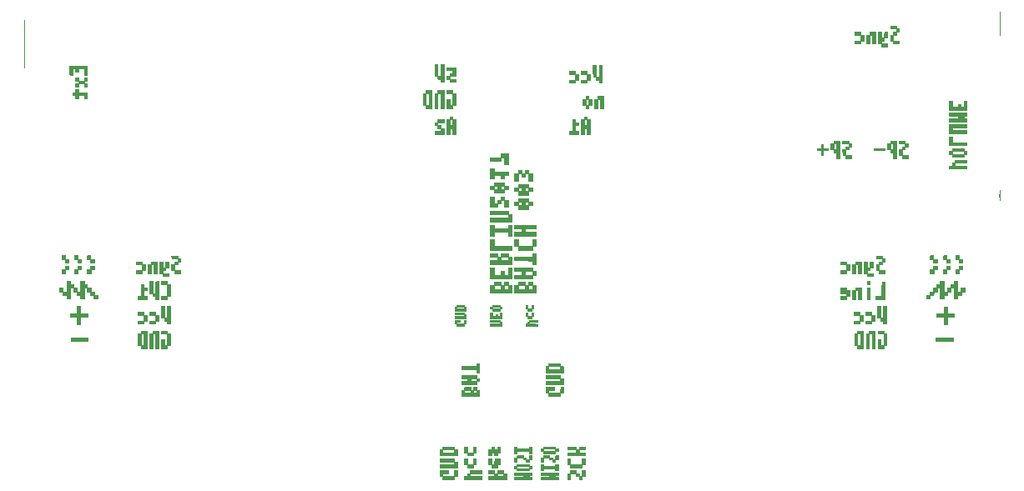
<source format=gbr>
G04 #@! TF.FileFunction,Legend,Bot*
%FSLAX46Y46*%
G04 Gerber Fmt 4.6, Leading zero omitted, Abs format (unit mm)*
G04 Created by KiCad (PCBNEW 4.0.7-e0-6372~58~ubuntu16.04.1) date Mon Jul 31 18:46:46 2017*
%MOMM*%
%LPD*%
G01*
G04 APERTURE LIST*
%ADD10C,0.100000*%
%ADD11C,0.010000*%
G04 APERTURE END LIST*
D10*
D11*
G36*
X86373167Y-90338667D02*
X86078688Y-90338667D01*
X86072469Y-90492125D01*
X86066250Y-90645584D01*
X85482731Y-90651203D01*
X85329613Y-90652169D01*
X85190476Y-90652072D01*
X85070896Y-90650996D01*
X84976447Y-90649022D01*
X84912707Y-90646233D01*
X84885251Y-90642711D01*
X84884773Y-90642384D01*
X84877508Y-90615345D01*
X84872322Y-90558311D01*
X84870334Y-90483606D01*
X84870334Y-90338667D01*
X86076834Y-90338667D01*
X86076834Y-89746000D01*
X86373167Y-89746000D01*
X86373167Y-90338667D01*
X86373167Y-90338667D01*
G37*
X86373167Y-90338667D02*
X86078688Y-90338667D01*
X86072469Y-90492125D01*
X86066250Y-90645584D01*
X85482731Y-90651203D01*
X85329613Y-90652169D01*
X85190476Y-90652072D01*
X85070896Y-90650996D01*
X84976447Y-90649022D01*
X84912707Y-90646233D01*
X84885251Y-90642711D01*
X84884773Y-90642384D01*
X84877508Y-90615345D01*
X84872322Y-90558311D01*
X84870334Y-90483606D01*
X84870334Y-90338667D01*
X86076834Y-90338667D01*
X86076834Y-89746000D01*
X86373167Y-89746000D01*
X86373167Y-90338667D01*
G36*
X85484167Y-90041171D02*
X84880917Y-90052917D01*
X84868399Y-90338667D01*
X84574000Y-90338667D01*
X84574000Y-89746000D01*
X85484167Y-89746000D01*
X85484167Y-90041171D01*
X85484167Y-90041171D01*
G37*
X85484167Y-90041171D02*
X84880917Y-90052917D01*
X84868399Y-90338667D01*
X84574000Y-90338667D01*
X84574000Y-89746000D01*
X85484167Y-89746000D01*
X85484167Y-90041171D01*
G36*
X87664334Y-90338667D02*
X88872688Y-90338667D01*
X88866469Y-90492125D01*
X88860250Y-90645584D01*
X87980299Y-90651104D01*
X87791266Y-90651954D01*
X87615473Y-90652097D01*
X87457410Y-90651576D01*
X87321568Y-90650437D01*
X87212438Y-90648723D01*
X87134511Y-90646479D01*
X87092277Y-90643749D01*
X87086007Y-90642285D01*
X87078792Y-90615300D01*
X87073642Y-90558307D01*
X87071667Y-90483624D01*
X87071667Y-90338667D01*
X87368000Y-90338667D01*
X87368000Y-90042334D01*
X87664334Y-90042334D01*
X87664334Y-90338667D01*
X87664334Y-90338667D01*
G37*
X87664334Y-90338667D02*
X88872688Y-90338667D01*
X88866469Y-90492125D01*
X88860250Y-90645584D01*
X87980299Y-90651104D01*
X87791266Y-90651954D01*
X87615473Y-90652097D01*
X87457410Y-90651576D01*
X87321568Y-90650437D01*
X87212438Y-90648723D01*
X87134511Y-90646479D01*
X87092277Y-90643749D01*
X87086007Y-90642285D01*
X87078792Y-90615300D01*
X87073642Y-90558307D01*
X87071667Y-90483624D01*
X87071667Y-90338667D01*
X87368000Y-90338667D01*
X87368000Y-90042334D01*
X87664334Y-90042334D01*
X87664334Y-90338667D01*
G36*
X88870834Y-90042334D02*
X87664334Y-90042334D01*
X87664334Y-89746000D01*
X88870834Y-89746000D01*
X88870834Y-90042334D01*
X88870834Y-90042334D01*
G37*
X88870834Y-90042334D02*
X87664334Y-90042334D01*
X87664334Y-89746000D01*
X88870834Y-89746000D01*
X88870834Y-90042334D01*
G36*
X91040417Y-89756584D02*
X91046676Y-89899459D01*
X91052934Y-90042334D01*
X91348496Y-90042334D01*
X91336750Y-90645584D01*
X90442459Y-90651105D01*
X89548167Y-90656626D01*
X89548167Y-90338667D01*
X90140834Y-90338667D01*
X90140834Y-90042334D01*
X90437167Y-90042334D01*
X90437167Y-90338667D01*
X91051000Y-90338667D01*
X91051000Y-90042334D01*
X90437167Y-90042334D01*
X90437167Y-89744838D01*
X91040417Y-89756584D01*
X91040417Y-89756584D01*
G37*
X91040417Y-89756584D02*
X91046676Y-89899459D01*
X91052934Y-90042334D01*
X91348496Y-90042334D01*
X91336750Y-90645584D01*
X90442459Y-90651105D01*
X89548167Y-90656626D01*
X89548167Y-90338667D01*
X90140834Y-90338667D01*
X90140834Y-90042334D01*
X90437167Y-90042334D01*
X90437167Y-90338667D01*
X91051000Y-90338667D01*
X91051000Y-90042334D01*
X90437167Y-90042334D01*
X90437167Y-89744838D01*
X91040417Y-89756584D01*
G36*
X90140834Y-90042334D02*
X89548167Y-90042334D01*
X89548167Y-89746000D01*
X90140834Y-89746000D01*
X90140834Y-90042334D01*
X90140834Y-90042334D01*
G37*
X90140834Y-90042334D02*
X89548167Y-90042334D01*
X89548167Y-89746000D01*
X90140834Y-89746000D01*
X90140834Y-90042334D01*
G36*
X93929667Y-90211667D02*
X93633334Y-90211667D01*
X93633334Y-90423334D01*
X93929667Y-90423334D01*
X93929667Y-90656167D01*
X93044195Y-90656167D01*
X92854562Y-90655840D01*
X92678169Y-90654906D01*
X92519489Y-90653436D01*
X92382997Y-90651499D01*
X92273169Y-90649166D01*
X92194479Y-90646507D01*
X92151402Y-90643592D01*
X92144611Y-90642056D01*
X92136335Y-90614204D01*
X92131258Y-90559397D01*
X92130500Y-90525639D01*
X92130500Y-90423334D01*
X93040667Y-90423334D01*
X93040667Y-90211667D01*
X92128288Y-90211667D01*
X92141084Y-89989417D01*
X93035375Y-89983895D01*
X93929667Y-89978374D01*
X93929667Y-90211667D01*
X93929667Y-90211667D01*
G37*
X93929667Y-90211667D02*
X93633334Y-90211667D01*
X93633334Y-90423334D01*
X93929667Y-90423334D01*
X93929667Y-90656167D01*
X93044195Y-90656167D01*
X92854562Y-90655840D01*
X92678169Y-90654906D01*
X92519489Y-90653436D01*
X92382997Y-90651499D01*
X92273169Y-90649166D01*
X92194479Y-90646507D01*
X92151402Y-90643592D01*
X92144611Y-90642056D01*
X92136335Y-90614204D01*
X92131258Y-90559397D01*
X92130500Y-90525639D01*
X92130500Y-90423334D01*
X93040667Y-90423334D01*
X93040667Y-90211667D01*
X92128288Y-90211667D01*
X92141084Y-89989417D01*
X93035375Y-89983895D01*
X93929667Y-89978374D01*
X93929667Y-90211667D01*
G36*
X96617834Y-90211667D02*
X96321500Y-90211667D01*
X96321500Y-90423334D01*
X96617834Y-90423334D01*
X96617834Y-90656167D01*
X94839834Y-90656167D01*
X94839834Y-90423334D01*
X95728834Y-90423334D01*
X95728834Y-90211667D01*
X94839834Y-90211667D01*
X94839834Y-89978834D01*
X96617834Y-89978834D01*
X96617834Y-90211667D01*
X96617834Y-90211667D01*
G37*
X96617834Y-90211667D02*
X96321500Y-90211667D01*
X96321500Y-90423334D01*
X96617834Y-90423334D01*
X96617834Y-90656167D01*
X94839834Y-90656167D01*
X94839834Y-90423334D01*
X95728834Y-90423334D01*
X95728834Y-90211667D01*
X94839834Y-90211667D01*
X94839834Y-89978834D01*
X96617834Y-89978834D01*
X96617834Y-90211667D01*
G36*
X97824334Y-90656167D02*
X97528000Y-90656167D01*
X97528000Y-90042334D01*
X97824334Y-90042334D01*
X97824334Y-90656167D01*
X97824334Y-90656167D01*
G37*
X97824334Y-90656167D02*
X97528000Y-90656167D01*
X97528000Y-90042334D01*
X97824334Y-90042334D01*
X97824334Y-90656167D01*
G36*
X99327167Y-90338667D02*
X99032688Y-90338667D01*
X99026469Y-90492125D01*
X99020250Y-90645584D01*
X98723917Y-90645584D01*
X98717698Y-90492125D01*
X98711479Y-90338667D01*
X98417000Y-90338667D01*
X98417000Y-90042334D01*
X98713334Y-90042334D01*
X98713334Y-90338667D01*
X99030834Y-90338667D01*
X99030834Y-89746000D01*
X99327167Y-89746000D01*
X99327167Y-90338667D01*
X99327167Y-90338667D01*
G37*
X99327167Y-90338667D02*
X99032688Y-90338667D01*
X99026469Y-90492125D01*
X99020250Y-90645584D01*
X98723917Y-90645584D01*
X98717698Y-90492125D01*
X98711479Y-90338667D01*
X98417000Y-90338667D01*
X98417000Y-90042334D01*
X98713334Y-90042334D01*
X98713334Y-90338667D01*
X99030834Y-90338667D01*
X99030834Y-89746000D01*
X99327167Y-89746000D01*
X99327167Y-90338667D01*
G36*
X98417000Y-90042334D02*
X97824334Y-90042334D01*
X97824334Y-89746000D01*
X98417000Y-89746000D01*
X98417000Y-90042334D01*
X98417000Y-90042334D01*
G37*
X98417000Y-90042334D02*
X97824334Y-90042334D01*
X97824334Y-89746000D01*
X98417000Y-89746000D01*
X98417000Y-90042334D01*
G36*
X93929667Y-89322667D02*
X93929667Y-89555500D01*
X93633334Y-89555500D01*
X93633334Y-89767167D01*
X92426834Y-89767167D01*
X92426834Y-89557434D01*
X92283959Y-89551176D01*
X92141084Y-89544917D01*
X92141084Y-89333250D01*
X92283959Y-89326991D01*
X92382679Y-89322667D01*
X92426834Y-89322667D01*
X92426834Y-89555500D01*
X93633334Y-89555500D01*
X93633334Y-89322667D01*
X92426834Y-89322667D01*
X92382679Y-89322667D01*
X92426834Y-89320733D01*
X92426834Y-89111000D01*
X93633334Y-89111000D01*
X93633334Y-89322667D01*
X93929667Y-89322667D01*
X93929667Y-89322667D01*
G37*
X93929667Y-89322667D02*
X93929667Y-89555500D01*
X93633334Y-89555500D01*
X93633334Y-89767167D01*
X92426834Y-89767167D01*
X92426834Y-89557434D01*
X92283959Y-89551176D01*
X92141084Y-89544917D01*
X92141084Y-89333250D01*
X92283959Y-89326991D01*
X92382679Y-89322667D01*
X92426834Y-89322667D01*
X92426834Y-89555500D01*
X93633334Y-89555500D01*
X93633334Y-89322667D01*
X92426834Y-89322667D01*
X92382679Y-89322667D01*
X92426834Y-89320733D01*
X92426834Y-89111000D01*
X93633334Y-89111000D01*
X93633334Y-89322667D01*
X93929667Y-89322667D01*
G36*
X95136167Y-89322667D02*
X96321500Y-89322667D01*
X96321500Y-89111000D01*
X96617834Y-89111000D01*
X96617834Y-89767167D01*
X96321500Y-89767167D01*
X96321500Y-89555500D01*
X95136167Y-89555500D01*
X95136167Y-89767167D01*
X94839834Y-89767167D01*
X94839834Y-89111000D01*
X95136167Y-89111000D01*
X95136167Y-89322667D01*
X95136167Y-89322667D01*
G37*
X95136167Y-89322667D02*
X96321500Y-89322667D01*
X96321500Y-89111000D01*
X96617834Y-89111000D01*
X96617834Y-89767167D01*
X96321500Y-89767167D01*
X96321500Y-89555500D01*
X95136167Y-89555500D01*
X95136167Y-89767167D01*
X94839834Y-89767167D01*
X94839834Y-89111000D01*
X95136167Y-89111000D01*
X95136167Y-89322667D01*
G36*
X86076834Y-88857000D02*
X86373167Y-88857000D01*
X86373167Y-89449667D01*
X84574000Y-89449667D01*
X84574000Y-89153334D01*
X86076834Y-89153334D01*
X86076834Y-88857542D01*
X85330709Y-88851979D01*
X84584584Y-88846417D01*
X84584584Y-88550084D01*
X85330709Y-88544521D01*
X86076834Y-88538959D01*
X86076834Y-88857000D01*
X86076834Y-88857000D01*
G37*
X86076834Y-88857000D02*
X86373167Y-88857000D01*
X86373167Y-89449667D01*
X84574000Y-89449667D01*
X84574000Y-89153334D01*
X86076834Y-89153334D01*
X86076834Y-88857542D01*
X85330709Y-88851979D01*
X84584584Y-88846417D01*
X84584584Y-88550084D01*
X85330709Y-88544521D01*
X86076834Y-88538959D01*
X86076834Y-88857000D01*
G36*
X88267584Y-88550084D02*
X88273456Y-88851709D01*
X88279329Y-89153334D01*
X87983768Y-89153334D01*
X87971250Y-89439084D01*
X87669625Y-89444956D01*
X87368000Y-89450829D01*
X87368000Y-89153334D01*
X87981834Y-89153334D01*
X87981834Y-88537566D01*
X88267584Y-88550084D01*
X88267584Y-88550084D01*
G37*
X88267584Y-88550084D02*
X88273456Y-88851709D01*
X88279329Y-89153334D01*
X87983768Y-89153334D01*
X87971250Y-89439084D01*
X87669625Y-89444956D01*
X87368000Y-89450829D01*
X87368000Y-89153334D01*
X87981834Y-89153334D01*
X87981834Y-88537566D01*
X88267584Y-88550084D01*
G36*
X87368000Y-89153334D02*
X87070505Y-89153334D01*
X87076377Y-88851709D01*
X87082250Y-88550084D01*
X87368000Y-88537566D01*
X87368000Y-89153334D01*
X87368000Y-89153334D01*
G37*
X87368000Y-89153334D02*
X87070505Y-89153334D01*
X87076377Y-88851709D01*
X87082250Y-88550084D01*
X87368000Y-88537566D01*
X87368000Y-89153334D01*
G36*
X89833917Y-88550084D02*
X89839790Y-88851709D01*
X89845662Y-89153334D01*
X90139671Y-89153334D01*
X90151417Y-88550084D01*
X90442459Y-88544195D01*
X90733500Y-88538306D01*
X90733500Y-89153334D01*
X90437167Y-89153334D01*
X90437167Y-89449667D01*
X89844500Y-89449667D01*
X89844500Y-89153334D01*
X89548167Y-89153334D01*
X89548167Y-88537566D01*
X89833917Y-88550084D01*
X89833917Y-88550084D01*
G37*
X89833917Y-88550084D02*
X89839790Y-88851709D01*
X89845662Y-89153334D01*
X90139671Y-89153334D01*
X90151417Y-88550084D01*
X90442459Y-88544195D01*
X90733500Y-88538306D01*
X90733500Y-89153334D01*
X90437167Y-89153334D01*
X90437167Y-89449667D01*
X89844500Y-89449667D01*
X89844500Y-89153334D01*
X89548167Y-89153334D01*
X89548167Y-88537566D01*
X89833917Y-88550084D01*
G36*
X99030834Y-89449667D02*
X97824334Y-89449667D01*
X97824334Y-89153334D01*
X99030834Y-89153334D01*
X99030834Y-89449667D01*
X99030834Y-89449667D01*
G37*
X99030834Y-89449667D02*
X97824334Y-89449667D01*
X97824334Y-89153334D01*
X99030834Y-89153334D01*
X99030834Y-89449667D01*
G36*
X97824334Y-89153334D02*
X97528000Y-89153334D01*
X97528000Y-88539500D01*
X97824334Y-88539500D01*
X97824334Y-89153334D01*
X97824334Y-89153334D01*
G37*
X97824334Y-89153334D02*
X97528000Y-89153334D01*
X97528000Y-88539500D01*
X97824334Y-88539500D01*
X97824334Y-89153334D01*
G36*
X99316584Y-88550084D02*
X99322456Y-88851709D01*
X99328329Y-89153334D01*
X99030834Y-89153334D01*
X99030834Y-88537566D01*
X99316584Y-88550084D01*
X99316584Y-88550084D01*
G37*
X99316584Y-88550084D02*
X99322456Y-88851709D01*
X99328329Y-89153334D01*
X99030834Y-89153334D01*
X99030834Y-88537566D01*
X99316584Y-88550084D01*
G36*
X93036481Y-88343709D02*
X93042879Y-88454834D01*
X93337000Y-88454834D01*
X93337000Y-88666500D01*
X93040667Y-88666500D01*
X93040667Y-88454834D01*
X92426834Y-88454834D01*
X92426834Y-88878167D01*
X92130500Y-88878167D01*
X92130500Y-88454834D01*
X92424621Y-88454834D01*
X92437417Y-88232584D01*
X93030084Y-88232584D01*
X93036481Y-88343709D01*
X93036481Y-88343709D01*
G37*
X93036481Y-88343709D02*
X93042879Y-88454834D01*
X93337000Y-88454834D01*
X93337000Y-88666500D01*
X93040667Y-88666500D01*
X93040667Y-88454834D01*
X92426834Y-88454834D01*
X92426834Y-88878167D01*
X92130500Y-88878167D01*
X92130500Y-88454834D01*
X92424621Y-88454834D01*
X92437417Y-88232584D01*
X93030084Y-88232584D01*
X93036481Y-88343709D01*
G36*
X93633334Y-88878167D02*
X93337000Y-88878167D01*
X93337000Y-88666500D01*
X93633334Y-88666500D01*
X93633334Y-88878167D01*
X93633334Y-88878167D01*
G37*
X93633334Y-88878167D02*
X93337000Y-88878167D01*
X93337000Y-88666500D01*
X93633334Y-88666500D01*
X93633334Y-88878167D01*
G36*
X93929667Y-88666500D02*
X93633334Y-88666500D01*
X93633334Y-88222000D01*
X93929667Y-88222000D01*
X93929667Y-88666500D01*
X93929667Y-88666500D01*
G37*
X93929667Y-88666500D02*
X93633334Y-88666500D01*
X93633334Y-88222000D01*
X93929667Y-88222000D01*
X93929667Y-88666500D01*
G36*
X96617834Y-88666500D02*
X96321500Y-88666500D01*
X96321500Y-88878167D01*
X96025167Y-88878167D01*
X96025167Y-88666500D01*
X96320019Y-88666500D01*
X96326051Y-88449542D01*
X96332084Y-88232584D01*
X96617834Y-88220066D01*
X96617834Y-88666500D01*
X96617834Y-88666500D01*
G37*
X96617834Y-88666500D02*
X96321500Y-88666500D01*
X96321500Y-88878167D01*
X96025167Y-88878167D01*
X96025167Y-88666500D01*
X96320019Y-88666500D01*
X96326051Y-88449542D01*
X96332084Y-88232584D01*
X96617834Y-88220066D01*
X96617834Y-88666500D01*
G36*
X95136167Y-88878167D02*
X94839834Y-88878167D01*
X94839834Y-88454834D01*
X95136167Y-88454834D01*
X95136167Y-88878167D01*
X95136167Y-88878167D01*
G37*
X95136167Y-88878167D02*
X94839834Y-88878167D01*
X94839834Y-88454834D01*
X95136167Y-88454834D01*
X95136167Y-88878167D01*
G36*
X96025167Y-88666500D02*
X95728834Y-88666500D01*
X95728834Y-88454834D01*
X96025167Y-88454834D01*
X96025167Y-88666500D01*
X96025167Y-88666500D01*
G37*
X96025167Y-88666500D02*
X95728834Y-88666500D01*
X95728834Y-88454834D01*
X96025167Y-88454834D01*
X96025167Y-88666500D01*
G36*
X95728834Y-88454834D02*
X95136167Y-88454834D01*
X95136167Y-88222000D01*
X95728834Y-88222000D01*
X95728834Y-88454834D01*
X95728834Y-88454834D01*
G37*
X95728834Y-88454834D02*
X95136167Y-88454834D01*
X95136167Y-88222000D01*
X95728834Y-88222000D01*
X95728834Y-88454834D01*
G36*
X86373167Y-87650500D02*
X86373167Y-88243167D01*
X84574000Y-88243167D01*
X84574000Y-87650500D01*
X84870334Y-87650500D01*
X84870334Y-87946834D01*
X86076834Y-87946834D01*
X86076834Y-87650500D01*
X84870334Y-87650500D01*
X84870334Y-87354167D01*
X86076834Y-87354167D01*
X86076834Y-87650500D01*
X86373167Y-87650500D01*
X86373167Y-87650500D01*
G37*
X86373167Y-87650500D02*
X86373167Y-88243167D01*
X84574000Y-88243167D01*
X84574000Y-87650500D01*
X84870334Y-87650500D01*
X84870334Y-87946834D01*
X86076834Y-87946834D01*
X86076834Y-87650500D01*
X84870334Y-87650500D01*
X84870334Y-87354167D01*
X86076834Y-87354167D01*
X86076834Y-87650500D01*
X86373167Y-87650500D01*
G36*
X87981834Y-88243167D02*
X87368000Y-88243167D01*
X87368000Y-87946834D01*
X87981834Y-87946834D01*
X87981834Y-88243167D01*
X87981834Y-88243167D01*
G37*
X87981834Y-88243167D02*
X87368000Y-88243167D01*
X87368000Y-87946834D01*
X87981834Y-87946834D01*
X87981834Y-88243167D01*
G36*
X88278167Y-87946834D02*
X87981834Y-87946834D01*
X87981834Y-87354167D01*
X88278167Y-87354167D01*
X88278167Y-87946834D01*
X88278167Y-87946834D01*
G37*
X88278167Y-87946834D02*
X87981834Y-87946834D01*
X87981834Y-87354167D01*
X88278167Y-87354167D01*
X88278167Y-87946834D01*
G36*
X87368000Y-87946834D02*
X87071667Y-87946834D01*
X87071667Y-87354167D01*
X87368000Y-87354167D01*
X87368000Y-87946834D01*
X87368000Y-87946834D01*
G37*
X87368000Y-87946834D02*
X87071667Y-87946834D01*
X87071667Y-87354167D01*
X87368000Y-87354167D01*
X87368000Y-87946834D01*
G36*
X90140834Y-87650500D02*
X90437167Y-87650500D01*
X90437167Y-87354167D01*
X90733500Y-87354167D01*
X90733500Y-87946834D01*
X90437167Y-87946834D01*
X90437167Y-88243167D01*
X90140834Y-88243167D01*
X90140834Y-87946834D01*
X89844500Y-87946834D01*
X89844500Y-88243167D01*
X89548167Y-88243167D01*
X89548167Y-87650500D01*
X89844500Y-87650500D01*
X89844500Y-87354167D01*
X90140834Y-87354167D01*
X90140834Y-87650500D01*
X90140834Y-87650500D01*
G37*
X90140834Y-87650500D02*
X90437167Y-87650500D01*
X90437167Y-87354167D01*
X90733500Y-87354167D01*
X90733500Y-87946834D01*
X90437167Y-87946834D01*
X90437167Y-88243167D01*
X90140834Y-88243167D01*
X90140834Y-87946834D01*
X89844500Y-87946834D01*
X89844500Y-88243167D01*
X89548167Y-88243167D01*
X89548167Y-87650500D01*
X89844500Y-87650500D01*
X89844500Y-87354167D01*
X90140834Y-87354167D01*
X90140834Y-87650500D01*
G36*
X98713334Y-87946834D02*
X99327167Y-87946834D01*
X99327167Y-88243167D01*
X97528000Y-88243167D01*
X97528000Y-87946834D01*
X98417000Y-87946834D01*
X98417000Y-87650500D01*
X98713334Y-87650500D01*
X98713334Y-87946834D01*
X98713334Y-87946834D01*
G37*
X98713334Y-87946834D02*
X99327167Y-87946834D01*
X99327167Y-88243167D01*
X97528000Y-88243167D01*
X97528000Y-87946834D01*
X98417000Y-87946834D01*
X98417000Y-87650500D01*
X98713334Y-87650500D01*
X98713334Y-87946834D01*
G36*
X99327167Y-87650500D02*
X98713334Y-87650500D01*
X98713334Y-87354167D01*
X99327167Y-87354167D01*
X99327167Y-87650500D01*
X99327167Y-87650500D01*
G37*
X99327167Y-87650500D02*
X98713334Y-87650500D01*
X98713334Y-87354167D01*
X99327167Y-87354167D01*
X99327167Y-87650500D01*
G36*
X98417000Y-87650500D02*
X97528000Y-87650500D01*
X97528000Y-87354167D01*
X98417000Y-87354167D01*
X98417000Y-87650500D01*
X98417000Y-87650500D01*
G37*
X98417000Y-87650500D02*
X97528000Y-87650500D01*
X97528000Y-87354167D01*
X98417000Y-87354167D01*
X98417000Y-87650500D01*
G36*
X92426834Y-87565834D02*
X93633334Y-87565834D01*
X93633334Y-87354167D01*
X93929667Y-87354167D01*
X93929667Y-88010334D01*
X93633334Y-88010334D01*
X93633334Y-87798667D01*
X92426834Y-87798667D01*
X92426834Y-88010334D01*
X92130500Y-88010334D01*
X92130500Y-87354167D01*
X92426834Y-87354167D01*
X92426834Y-87565834D01*
X92426834Y-87565834D01*
G37*
X92426834Y-87565834D02*
X93633334Y-87565834D01*
X93633334Y-87354167D01*
X93929667Y-87354167D01*
X93929667Y-88010334D01*
X93633334Y-88010334D01*
X93633334Y-87798667D01*
X92426834Y-87798667D01*
X92426834Y-88010334D01*
X92130500Y-88010334D01*
X92130500Y-87354167D01*
X92426834Y-87354167D01*
X92426834Y-87565834D01*
G36*
X96617834Y-87565834D02*
X96617834Y-87798667D01*
X96321500Y-87798667D01*
X96321500Y-88010334D01*
X95136167Y-88010334D01*
X95136167Y-87798667D01*
X94839834Y-87798667D01*
X94839834Y-87565834D01*
X95136167Y-87565834D01*
X95136167Y-87798667D01*
X96321500Y-87798667D01*
X96321500Y-87565834D01*
X95136167Y-87565834D01*
X95136167Y-87354167D01*
X96321500Y-87354167D01*
X96321500Y-87565834D01*
X96617834Y-87565834D01*
X96617834Y-87565834D01*
G37*
X96617834Y-87565834D02*
X96617834Y-87798667D01*
X96321500Y-87798667D01*
X96321500Y-88010334D01*
X95136167Y-88010334D01*
X95136167Y-87798667D01*
X94839834Y-87798667D01*
X94839834Y-87565834D01*
X95136167Y-87565834D01*
X95136167Y-87798667D01*
X96321500Y-87798667D01*
X96321500Y-87565834D01*
X95136167Y-87565834D01*
X95136167Y-87354167D01*
X96321500Y-87354167D01*
X96321500Y-87565834D01*
X96617834Y-87565834D01*
G36*
X88595667Y-81575667D02*
X88595667Y-82189500D01*
X86795338Y-82189500D01*
X86807084Y-81586250D01*
X87047910Y-81575667D01*
X87092834Y-81575667D01*
X87092834Y-81720306D01*
X87094841Y-81795100D01*
X87100106Y-81852315D01*
X87107489Y-81879600D01*
X87107515Y-81879626D01*
X87132994Y-81884599D01*
X87192560Y-81887971D01*
X87277990Y-81889501D01*
X87381059Y-81888948D01*
X87409140Y-81888446D01*
X87696084Y-81882584D01*
X87702302Y-81729125D01*
X87708521Y-81575667D01*
X87092834Y-81575667D01*
X87047910Y-81575667D01*
X87090942Y-81573776D01*
X87097180Y-81431846D01*
X87103417Y-81289917D01*
X87696084Y-81289917D01*
X87702342Y-81432792D01*
X87708601Y-81575667D01*
X88003000Y-81575667D01*
X88003000Y-81893167D01*
X88299334Y-81893167D01*
X88299334Y-81575667D01*
X88003000Y-81575667D01*
X88003000Y-81279334D01*
X88299334Y-81279334D01*
X88299334Y-81575667D01*
X88595667Y-81575667D01*
X88595667Y-81575667D01*
G37*
X88595667Y-81575667D02*
X88595667Y-82189500D01*
X86795338Y-82189500D01*
X86807084Y-81586250D01*
X87047910Y-81575667D01*
X87092834Y-81575667D01*
X87092834Y-81720306D01*
X87094841Y-81795100D01*
X87100106Y-81852315D01*
X87107489Y-81879600D01*
X87107515Y-81879626D01*
X87132994Y-81884599D01*
X87192560Y-81887971D01*
X87277990Y-81889501D01*
X87381059Y-81888948D01*
X87409140Y-81888446D01*
X87696084Y-81882584D01*
X87702302Y-81729125D01*
X87708521Y-81575667D01*
X87092834Y-81575667D01*
X87047910Y-81575667D01*
X87090942Y-81573776D01*
X87097180Y-81431846D01*
X87103417Y-81289917D01*
X87696084Y-81289917D01*
X87702342Y-81432792D01*
X87708601Y-81575667D01*
X88003000Y-81575667D01*
X88003000Y-81893167D01*
X88299334Y-81893167D01*
X88299334Y-81575667D01*
X88003000Y-81575667D01*
X88003000Y-81279334D01*
X88299334Y-81279334D01*
X88299334Y-81575667D01*
X88595667Y-81575667D01*
G36*
X97136417Y-81882584D02*
X96982959Y-81888802D01*
X96829500Y-81895021D01*
X96829500Y-82189500D01*
X95644167Y-82189500D01*
X95644167Y-81893167D01*
X96828338Y-81893167D01*
X96840084Y-81289917D01*
X97136417Y-81289917D01*
X97136417Y-81882584D01*
X97136417Y-81882584D01*
G37*
X97136417Y-81882584D02*
X96982959Y-81888802D01*
X96829500Y-81895021D01*
X96829500Y-82189500D01*
X95644167Y-82189500D01*
X95644167Y-81893167D01*
X96828338Y-81893167D01*
X96840084Y-81289917D01*
X97136417Y-81289917D01*
X97136417Y-81882584D01*
G36*
X96236834Y-81575667D02*
X95644167Y-81575667D01*
X95644167Y-81893167D01*
X95347834Y-81893167D01*
X95347834Y-81279334D01*
X96236834Y-81279334D01*
X96236834Y-81575667D01*
X96236834Y-81575667D01*
G37*
X96236834Y-81575667D02*
X95644167Y-81575667D01*
X95644167Y-81893167D01*
X95347834Y-81893167D01*
X95347834Y-81279334D01*
X96236834Y-81279334D01*
X96236834Y-81575667D01*
G36*
X88595667Y-80390334D02*
X88595667Y-80686667D01*
X88299334Y-80686667D01*
X88299334Y-80983000D01*
X86796500Y-80983000D01*
X86796500Y-80686667D01*
X87410334Y-80686667D01*
X87410334Y-80390334D01*
X87706667Y-80390334D01*
X87706667Y-80686667D01*
X88299334Y-80686667D01*
X88299334Y-80390334D01*
X87706667Y-80390334D01*
X87410334Y-80390334D01*
X86796500Y-80390334D01*
X86796500Y-80094000D01*
X88299334Y-80094000D01*
X88299334Y-80390334D01*
X88595667Y-80390334D01*
X88595667Y-80390334D01*
G37*
X88595667Y-80390334D02*
X88595667Y-80686667D01*
X88299334Y-80686667D01*
X88299334Y-80983000D01*
X86796500Y-80983000D01*
X86796500Y-80686667D01*
X87410334Y-80686667D01*
X87410334Y-80390334D01*
X87706667Y-80390334D01*
X87706667Y-80686667D01*
X88299334Y-80686667D01*
X88299334Y-80390334D01*
X87706667Y-80390334D01*
X87410334Y-80390334D01*
X86796500Y-80390334D01*
X86796500Y-80094000D01*
X88299334Y-80094000D01*
X88299334Y-80390334D01*
X88595667Y-80390334D01*
G36*
X97147000Y-80983000D02*
X95347834Y-80983000D01*
X95347834Y-80686667D01*
X96829500Y-80686667D01*
X96829500Y-80390334D01*
X97147000Y-80390334D01*
X97147000Y-80983000D01*
X97147000Y-80983000D01*
G37*
X97147000Y-80983000D02*
X95347834Y-80983000D01*
X95347834Y-80686667D01*
X96829500Y-80686667D01*
X96829500Y-80390334D01*
X97147000Y-80390334D01*
X97147000Y-80983000D01*
G36*
X96829500Y-80390334D02*
X95347834Y-80390334D01*
X95347834Y-80094000D01*
X96829500Y-80094000D01*
X96829500Y-80390334D01*
X96829500Y-80390334D01*
G37*
X96829500Y-80390334D02*
X95347834Y-80390334D01*
X95347834Y-80094000D01*
X96829500Y-80094000D01*
X96829500Y-80390334D01*
G36*
X88595667Y-79797667D02*
X88299334Y-79797667D01*
X88299334Y-79480167D01*
X86796500Y-79480167D01*
X86796500Y-79183834D01*
X88299334Y-79183834D01*
X88299334Y-78887500D01*
X88595667Y-78887500D01*
X88595667Y-79797667D01*
X88595667Y-79797667D01*
G37*
X88595667Y-79797667D02*
X88299334Y-79797667D01*
X88299334Y-79480167D01*
X86796500Y-79480167D01*
X86796500Y-79183834D01*
X88299334Y-79183834D01*
X88299334Y-78887500D01*
X88595667Y-78887500D01*
X88595667Y-79797667D01*
G36*
X96829500Y-79181979D02*
X96982959Y-79188198D01*
X97136417Y-79194417D01*
X97136417Y-79787084D01*
X96242125Y-79792605D01*
X95347834Y-79798126D01*
X95347834Y-79183834D01*
X95644167Y-79183834D01*
X95644167Y-79480167D01*
X96829500Y-79480167D01*
X96829500Y-79183834D01*
X95644167Y-79183834D01*
X95644167Y-78887500D01*
X96829500Y-78887500D01*
X96829500Y-79181979D01*
X96829500Y-79181979D01*
G37*
X96829500Y-79181979D02*
X96982959Y-79188198D01*
X97136417Y-79194417D01*
X97136417Y-79787084D01*
X96242125Y-79792605D01*
X95347834Y-79798126D01*
X95347834Y-79183834D01*
X95644167Y-79183834D01*
X95644167Y-79480167D01*
X96829500Y-79480167D01*
X96829500Y-79183834D01*
X95644167Y-79183834D01*
X95644167Y-78887500D01*
X96829500Y-78887500D01*
X96829500Y-79181979D01*
G36*
X54856000Y-77363500D02*
X54263334Y-77363500D01*
X54263334Y-77067167D01*
X53945834Y-77067167D01*
X53945834Y-75881834D01*
X54263334Y-75881834D01*
X54263334Y-77067167D01*
X54559667Y-77067167D01*
X54559667Y-75881834D01*
X54263334Y-75881834D01*
X54263334Y-75564334D01*
X54856000Y-75564334D01*
X54856000Y-77363500D01*
X54856000Y-77363500D01*
G37*
X54856000Y-77363500D02*
X54263334Y-77363500D01*
X54263334Y-77067167D01*
X53945834Y-77067167D01*
X53945834Y-75881834D01*
X54263334Y-75881834D01*
X54263334Y-77067167D01*
X54559667Y-77067167D01*
X54559667Y-75881834D01*
X54263334Y-75881834D01*
X54263334Y-75564334D01*
X54856000Y-75564334D01*
X54856000Y-77363500D01*
G36*
X56041334Y-77363500D02*
X55745000Y-77363500D01*
X55745000Y-75881834D01*
X55448667Y-75881834D01*
X55448667Y-77363500D01*
X55152334Y-77363500D01*
X55152334Y-75881834D01*
X55446812Y-75881834D01*
X55453031Y-75728375D01*
X55459250Y-75574917D01*
X56041334Y-75563139D01*
X56041334Y-77363500D01*
X56041334Y-77363500D01*
G37*
X56041334Y-77363500D02*
X55745000Y-77363500D01*
X55745000Y-75881834D01*
X55448667Y-75881834D01*
X55448667Y-77363500D01*
X55152334Y-77363500D01*
X55152334Y-75881834D01*
X55446812Y-75881834D01*
X55453031Y-75728375D01*
X55459250Y-75574917D01*
X56041334Y-75563139D01*
X56041334Y-77363500D01*
G36*
X56655167Y-77067167D02*
X56951500Y-77067167D01*
X56951500Y-77363500D01*
X56358834Y-77363500D01*
X56358834Y-76474500D01*
X56655167Y-76474500D01*
X56655167Y-77067167D01*
X56655167Y-77067167D01*
G37*
X56655167Y-77067167D02*
X56951500Y-77067167D01*
X56951500Y-77363500D01*
X56358834Y-77363500D01*
X56358834Y-76474500D01*
X56655167Y-76474500D01*
X56655167Y-77067167D01*
G36*
X57247834Y-77067167D02*
X56951500Y-77067167D01*
X56951500Y-75881834D01*
X57247834Y-75881834D01*
X57247834Y-77067167D01*
X57247834Y-77067167D01*
G37*
X57247834Y-77067167D02*
X56951500Y-77067167D01*
X56951500Y-75881834D01*
X57247834Y-75881834D01*
X57247834Y-77067167D01*
G36*
X56951500Y-75881834D02*
X56358834Y-75881834D01*
X56358834Y-75564334D01*
X56951500Y-75564334D01*
X56951500Y-75881834D01*
X56951500Y-75881834D01*
G37*
X56951500Y-75881834D02*
X56358834Y-75881834D01*
X56358834Y-75564334D01*
X56951500Y-75564334D01*
X56951500Y-75881834D01*
G36*
X127542334Y-77363500D02*
X126949667Y-77363500D01*
X126949667Y-77067167D01*
X126653334Y-77067167D01*
X126653334Y-75881834D01*
X126949667Y-75881834D01*
X126949667Y-77067167D01*
X127246000Y-77067167D01*
X127246000Y-75881834D01*
X126949667Y-75881834D01*
X126949667Y-75564334D01*
X127542334Y-75564334D01*
X127542334Y-77363500D01*
X127542334Y-77363500D01*
G37*
X127542334Y-77363500D02*
X126949667Y-77363500D01*
X126949667Y-77067167D01*
X126653334Y-77067167D01*
X126653334Y-75881834D01*
X126949667Y-75881834D01*
X126949667Y-77067167D01*
X127246000Y-77067167D01*
X127246000Y-75881834D01*
X126949667Y-75881834D01*
X126949667Y-75564334D01*
X127542334Y-75564334D01*
X127542334Y-77363500D01*
G36*
X128743772Y-76469209D02*
X128749293Y-77363500D01*
X128452500Y-77363500D01*
X128452500Y-75881834D01*
X128135000Y-75881834D01*
X128135000Y-77363500D01*
X127838667Y-77363500D01*
X127838667Y-75881834D01*
X128133146Y-75881834D01*
X128139365Y-75728375D01*
X128145584Y-75574917D01*
X128738250Y-75574917D01*
X128743772Y-76469209D01*
X128743772Y-76469209D01*
G37*
X128743772Y-76469209D02*
X128749293Y-77363500D01*
X128452500Y-77363500D01*
X128452500Y-75881834D01*
X128135000Y-75881834D01*
X128135000Y-77363500D01*
X127838667Y-77363500D01*
X127838667Y-75881834D01*
X128133146Y-75881834D01*
X128139365Y-75728375D01*
X128145584Y-75574917D01*
X128738250Y-75574917D01*
X128743772Y-76469209D01*
G36*
X129341500Y-77067167D02*
X129637834Y-77067167D01*
X129637834Y-77363500D01*
X129045167Y-77363500D01*
X129045167Y-76474500D01*
X129341500Y-76474500D01*
X129341500Y-77067167D01*
X129341500Y-77067167D01*
G37*
X129341500Y-77067167D02*
X129637834Y-77067167D01*
X129637834Y-77363500D01*
X129045167Y-77363500D01*
X129045167Y-76474500D01*
X129341500Y-76474500D01*
X129341500Y-77067167D01*
G36*
X129934167Y-77067167D02*
X129637834Y-77067167D01*
X129637834Y-75881834D01*
X129934167Y-75881834D01*
X129934167Y-77067167D01*
X129934167Y-77067167D01*
G37*
X129934167Y-77067167D02*
X129637834Y-77067167D01*
X129637834Y-75881834D01*
X129934167Y-75881834D01*
X129934167Y-77067167D01*
G36*
X129637834Y-75881834D02*
X129045167Y-75881834D01*
X129045167Y-75564334D01*
X129637834Y-75564334D01*
X129637834Y-75881834D01*
X129637834Y-75881834D01*
G37*
X129637834Y-75881834D02*
X129045167Y-75881834D01*
X129045167Y-75564334D01*
X129637834Y-75564334D01*
X129637834Y-75881834D01*
G36*
X48908167Y-76622667D02*
X47151334Y-76622667D01*
X47151334Y-76262834D01*
X48908167Y-76262834D01*
X48908167Y-76622667D01*
X48908167Y-76622667D01*
G37*
X48908167Y-76622667D02*
X47151334Y-76622667D01*
X47151334Y-76262834D01*
X48908167Y-76262834D01*
X48908167Y-76622667D01*
G36*
X136707500Y-76622667D02*
X134929500Y-76622667D01*
X134929500Y-76262834D01*
X136707500Y-76262834D01*
X136707500Y-76622667D01*
X136707500Y-76622667D01*
G37*
X136707500Y-76622667D02*
X134929500Y-76622667D01*
X134929500Y-76262834D01*
X136707500Y-76262834D01*
X136707500Y-76622667D01*
G36*
X87050500Y-75056334D02*
X86288500Y-75056334D01*
X86288500Y-74865834D01*
X87050500Y-74865834D01*
X87050500Y-75056334D01*
X87050500Y-75056334D01*
G37*
X87050500Y-75056334D02*
X86288500Y-75056334D01*
X86288500Y-74865834D01*
X87050500Y-74865834D01*
X87050500Y-75056334D01*
G36*
X87241000Y-74865834D02*
X87050500Y-74865834D01*
X87050500Y-74484834D01*
X87241000Y-74484834D01*
X87241000Y-74865834D01*
X87241000Y-74865834D01*
G37*
X87241000Y-74865834D02*
X87050500Y-74865834D01*
X87050500Y-74484834D01*
X87241000Y-74484834D01*
X87241000Y-74865834D01*
G36*
X86669500Y-74675334D02*
X86288500Y-74675334D01*
X86288500Y-74865834D01*
X86098000Y-74865834D01*
X86098000Y-74484834D01*
X86669500Y-74484834D01*
X86669500Y-74675334D01*
X86669500Y-74675334D01*
G37*
X86669500Y-74675334D02*
X86288500Y-74675334D01*
X86288500Y-74865834D01*
X86098000Y-74865834D01*
X86098000Y-74484834D01*
X86669500Y-74484834D01*
X86669500Y-74675334D01*
G36*
X90860500Y-75056334D02*
X89717500Y-75056334D01*
X89717500Y-74865834D01*
X90670000Y-74865834D01*
X90670000Y-74675334D01*
X90860500Y-74675334D01*
X90860500Y-75056334D01*
X90860500Y-75056334D01*
G37*
X90860500Y-75056334D02*
X89717500Y-75056334D01*
X89717500Y-74865834D01*
X90670000Y-74865834D01*
X90670000Y-74675334D01*
X90860500Y-74675334D01*
X90860500Y-75056334D01*
G36*
X90670000Y-74675334D02*
X89717500Y-74675334D01*
X89717500Y-74484834D01*
X90670000Y-74484834D01*
X90670000Y-74675334D01*
X90670000Y-74675334D01*
G37*
X90670000Y-74675334D02*
X89717500Y-74675334D01*
X89717500Y-74484834D01*
X90670000Y-74484834D01*
X90670000Y-74675334D01*
G36*
X93696834Y-74864879D02*
X94083125Y-74870648D01*
X94469417Y-74876417D01*
X94475926Y-74966375D01*
X94482434Y-75056334D01*
X93315834Y-75056334D01*
X93315834Y-74865834D01*
X93506334Y-74865834D01*
X93506334Y-74675334D01*
X93696834Y-74675334D01*
X93696834Y-74864879D01*
X93696834Y-74864879D01*
G37*
X93696834Y-74864879D02*
X94083125Y-74870648D01*
X94469417Y-74876417D01*
X94475926Y-74966375D01*
X94482434Y-75056334D01*
X93315834Y-75056334D01*
X93315834Y-74865834D01*
X93506334Y-74865834D01*
X93506334Y-74675334D01*
X93696834Y-74675334D01*
X93696834Y-74864879D01*
G36*
X94480000Y-74675334D02*
X93696834Y-74675334D01*
X93696834Y-74484834D01*
X94480000Y-74484834D01*
X94480000Y-74675334D01*
X94480000Y-74675334D01*
G37*
X94480000Y-74675334D02*
X93696834Y-74675334D01*
X93696834Y-74484834D01*
X94480000Y-74484834D01*
X94480000Y-74675334D01*
G36*
X48125000Y-73828667D02*
X48844667Y-73828667D01*
X48844667Y-74188500D01*
X48125000Y-74188500D01*
X48125000Y-74887000D01*
X47765167Y-74887000D01*
X47765167Y-74188500D01*
X47087834Y-74188500D01*
X47087834Y-73828667D01*
X47765167Y-73828667D01*
X47765167Y-73087834D01*
X48125000Y-73087834D01*
X48125000Y-73828667D01*
X48125000Y-73828667D01*
G37*
X48125000Y-73828667D02*
X48844667Y-73828667D01*
X48844667Y-74188500D01*
X48125000Y-74188500D01*
X48125000Y-74887000D01*
X47765167Y-74887000D01*
X47765167Y-74188500D01*
X47087834Y-74188500D01*
X47087834Y-73828667D01*
X47765167Y-73828667D01*
X47765167Y-73087834D01*
X48125000Y-73087834D01*
X48125000Y-73828667D01*
G36*
X136087237Y-73278334D02*
X136089454Y-73392509D01*
X136091340Y-73521817D01*
X136092501Y-73639059D01*
X136092529Y-73643459D01*
X136093667Y-73828667D01*
X136771000Y-73828667D01*
X136771000Y-74188500D01*
X136093667Y-74188500D01*
X136092222Y-74363125D01*
X136091873Y-74477378D01*
X136092374Y-74605198D01*
X136093531Y-74712375D01*
X136096284Y-74887000D01*
X135710049Y-74887000D01*
X135712803Y-74712375D01*
X135714008Y-74598122D01*
X135714465Y-74470302D01*
X135714112Y-74363125D01*
X135712667Y-74188500D01*
X135014167Y-74188500D01*
X135014167Y-73828667D01*
X135712667Y-73828667D01*
X135713805Y-73643459D01*
X135714925Y-73527357D01*
X135716788Y-73398008D01*
X135718999Y-73282610D01*
X135719097Y-73278334D01*
X135723250Y-73098417D01*
X136083084Y-73098417D01*
X136087237Y-73278334D01*
X136087237Y-73278334D01*
G37*
X136087237Y-73278334D02*
X136089454Y-73392509D01*
X136091340Y-73521817D01*
X136092501Y-73639059D01*
X136092529Y-73643459D01*
X136093667Y-73828667D01*
X136771000Y-73828667D01*
X136771000Y-74188500D01*
X136093667Y-74188500D01*
X136092222Y-74363125D01*
X136091873Y-74477378D01*
X136092374Y-74605198D01*
X136093531Y-74712375D01*
X136096284Y-74887000D01*
X135710049Y-74887000D01*
X135712803Y-74712375D01*
X135714008Y-74598122D01*
X135714465Y-74470302D01*
X135714112Y-74363125D01*
X135712667Y-74188500D01*
X135014167Y-74188500D01*
X135014167Y-73828667D01*
X135712667Y-73828667D01*
X135713805Y-73643459D01*
X135714925Y-73527357D01*
X135716788Y-73398008D01*
X135718999Y-73282610D01*
X135719097Y-73278334D01*
X135723250Y-73098417D01*
X136083084Y-73098417D01*
X136087237Y-73278334D01*
G36*
X54559667Y-74865834D02*
X54266861Y-74865834D01*
X54159539Y-74864865D01*
X54067779Y-74862207D01*
X53999698Y-74858233D01*
X53963409Y-74853317D01*
X53959945Y-74851722D01*
X53952600Y-74824654D01*
X53947496Y-74768154D01*
X53945834Y-74703556D01*
X53945834Y-74569500D01*
X54559667Y-74569500D01*
X54559667Y-74865834D01*
X54559667Y-74865834D01*
G37*
X54559667Y-74865834D02*
X54266861Y-74865834D01*
X54159539Y-74864865D01*
X54067779Y-74862207D01*
X53999698Y-74858233D01*
X53963409Y-74853317D01*
X53959945Y-74851722D01*
X53952600Y-74824654D01*
X53947496Y-74768154D01*
X53945834Y-74703556D01*
X53945834Y-74569500D01*
X54559667Y-74569500D01*
X54559667Y-74865834D01*
G36*
X54856000Y-74569500D02*
X54559667Y-74569500D01*
X54559667Y-73955667D01*
X54856000Y-73955667D01*
X54856000Y-74569500D01*
X54856000Y-74569500D01*
G37*
X54856000Y-74569500D02*
X54559667Y-74569500D01*
X54559667Y-73955667D01*
X54856000Y-73955667D01*
X54856000Y-74569500D01*
G36*
X54559667Y-73955667D02*
X53943899Y-73955667D01*
X53956417Y-73669917D01*
X54559667Y-73658171D01*
X54559667Y-73955667D01*
X54559667Y-73955667D01*
G37*
X54559667Y-73955667D02*
X53943899Y-73955667D01*
X53956417Y-73669917D01*
X54559667Y-73658171D01*
X54559667Y-73955667D01*
G36*
X55745000Y-74865834D02*
X55152334Y-74865834D01*
X55152334Y-74569500D01*
X55745000Y-74569500D01*
X55745000Y-74865834D01*
X55745000Y-74865834D01*
G37*
X55745000Y-74865834D02*
X55152334Y-74865834D01*
X55152334Y-74569500D01*
X55745000Y-74569500D01*
X55745000Y-74865834D01*
G36*
X56041334Y-74569500D02*
X55745000Y-74569500D01*
X55745000Y-73955667D01*
X56041334Y-73955667D01*
X56041334Y-74569500D01*
X56041334Y-74569500D01*
G37*
X56041334Y-74569500D02*
X55745000Y-74569500D01*
X55745000Y-73955667D01*
X56041334Y-73955667D01*
X56041334Y-74569500D01*
G36*
X55745000Y-73955667D02*
X55152334Y-73955667D01*
X55152334Y-73659334D01*
X55745000Y-73659334D01*
X55745000Y-73955667D01*
X55745000Y-73955667D01*
G37*
X55745000Y-73955667D02*
X55152334Y-73955667D01*
X55152334Y-73659334D01*
X55745000Y-73659334D01*
X55745000Y-73955667D01*
G36*
X57247834Y-74865834D02*
X56951500Y-74865834D01*
X56951500Y-74569500D01*
X56655167Y-74569500D01*
X56655167Y-74252000D01*
X56951500Y-74252000D01*
X56951500Y-73066667D01*
X57247834Y-73066667D01*
X57247834Y-74865834D01*
X57247834Y-74865834D01*
G37*
X57247834Y-74865834D02*
X56951500Y-74865834D01*
X56951500Y-74569500D01*
X56655167Y-74569500D01*
X56655167Y-74252000D01*
X56951500Y-74252000D01*
X56951500Y-73066667D01*
X57247834Y-73066667D01*
X57247834Y-74865834D01*
G36*
X56655167Y-74252000D02*
X56358834Y-74252000D01*
X56358834Y-73066667D01*
X56655167Y-73066667D01*
X56655167Y-74252000D01*
X56655167Y-74252000D01*
G37*
X56655167Y-74252000D02*
X56358834Y-74252000D01*
X56358834Y-73066667D01*
X56655167Y-73066667D01*
X56655167Y-74252000D01*
G36*
X127203667Y-74865834D02*
X126611000Y-74865834D01*
X126611000Y-74569500D01*
X127203667Y-74569500D01*
X127203667Y-74865834D01*
X127203667Y-74865834D01*
G37*
X127203667Y-74865834D02*
X126611000Y-74865834D01*
X126611000Y-74569500D01*
X127203667Y-74569500D01*
X127203667Y-74865834D01*
G36*
X127500000Y-74569500D02*
X127203667Y-74569500D01*
X127203667Y-73955667D01*
X127500000Y-73955667D01*
X127500000Y-74569500D01*
X127500000Y-74569500D01*
G37*
X127500000Y-74569500D02*
X127203667Y-74569500D01*
X127203667Y-73955667D01*
X127500000Y-73955667D01*
X127500000Y-74569500D01*
G36*
X127203667Y-73955667D02*
X126611000Y-73955667D01*
X126611000Y-73659334D01*
X127203667Y-73659334D01*
X127203667Y-73955667D01*
X127203667Y-73955667D01*
G37*
X127203667Y-73955667D02*
X126611000Y-73955667D01*
X126611000Y-73659334D01*
X127203667Y-73659334D01*
X127203667Y-73955667D01*
G36*
X128701790Y-74257292D02*
X128695917Y-74558917D01*
X128553987Y-74565154D01*
X128412058Y-74571391D01*
X128405821Y-74713321D01*
X128399584Y-74855250D01*
X128112640Y-74861112D01*
X128006393Y-74862234D01*
X127915690Y-74861212D01*
X127848756Y-74858286D01*
X127813815Y-74853698D01*
X127811015Y-74852293D01*
X127803370Y-74824906D01*
X127798060Y-74768158D01*
X127796334Y-74703556D01*
X127796334Y-74569500D01*
X128410167Y-74569500D01*
X128410167Y-73955667D01*
X128707662Y-73955667D01*
X128701790Y-74257292D01*
X128701790Y-74257292D01*
G37*
X128701790Y-74257292D02*
X128695917Y-74558917D01*
X128553987Y-74565154D01*
X128412058Y-74571391D01*
X128405821Y-74713321D01*
X128399584Y-74855250D01*
X128112640Y-74861112D01*
X128006393Y-74862234D01*
X127915690Y-74861212D01*
X127848756Y-74858286D01*
X127813815Y-74853698D01*
X127811015Y-74852293D01*
X127803370Y-74824906D01*
X127798060Y-74768158D01*
X127796334Y-74703556D01*
X127796334Y-74569500D01*
X128410167Y-74569500D01*
X128410167Y-73955667D01*
X128707662Y-73955667D01*
X128701790Y-74257292D01*
G36*
X128410167Y-73955667D02*
X127796334Y-73955667D01*
X127796334Y-73659334D01*
X128410167Y-73659334D01*
X128410167Y-73955667D01*
X128410167Y-73955667D01*
G37*
X128410167Y-73955667D02*
X127796334Y-73955667D01*
X127796334Y-73659334D01*
X128410167Y-73659334D01*
X128410167Y-73955667D01*
G36*
X129891834Y-74865834D02*
X129595500Y-74865834D01*
X129595500Y-74569500D01*
X129299167Y-74569500D01*
X129299167Y-74252000D01*
X129595500Y-74252000D01*
X129595500Y-73066667D01*
X129891834Y-73066667D01*
X129891834Y-74865834D01*
X129891834Y-74865834D01*
G37*
X129891834Y-74865834D02*
X129595500Y-74865834D01*
X129595500Y-74569500D01*
X129299167Y-74569500D01*
X129299167Y-74252000D01*
X129595500Y-74252000D01*
X129595500Y-73066667D01*
X129891834Y-73066667D01*
X129891834Y-74865834D01*
G36*
X129299167Y-74252000D02*
X129002834Y-74252000D01*
X129002834Y-73066667D01*
X129299167Y-73066667D01*
X129299167Y-74252000D01*
X129299167Y-74252000D01*
G37*
X129299167Y-74252000D02*
X129002834Y-74252000D01*
X129002834Y-73066667D01*
X129299167Y-73066667D01*
X129299167Y-74252000D01*
G36*
X87241000Y-74294334D02*
X86098000Y-74294334D01*
X86098000Y-74103834D01*
X87050500Y-74103834D01*
X87050500Y-73913334D01*
X87241000Y-73913334D01*
X87241000Y-74294334D01*
X87241000Y-74294334D01*
G37*
X87241000Y-74294334D02*
X86098000Y-74294334D01*
X86098000Y-74103834D01*
X87050500Y-74103834D01*
X87050500Y-73913334D01*
X87241000Y-73913334D01*
X87241000Y-74294334D01*
G36*
X87050500Y-73913334D02*
X86098000Y-73913334D01*
X86098000Y-73722834D01*
X87050500Y-73722834D01*
X87050500Y-73913334D01*
X87050500Y-73913334D01*
G37*
X87050500Y-73913334D02*
X86098000Y-73913334D01*
X86098000Y-73722834D01*
X87050500Y-73722834D01*
X87050500Y-73913334D01*
G36*
X89908000Y-74103834D02*
X90289000Y-74103834D01*
X90289000Y-73913334D01*
X90479500Y-73913334D01*
X90479500Y-74103834D01*
X90670000Y-74103834D01*
X90670000Y-73722834D01*
X90860500Y-73722834D01*
X90860500Y-74294334D01*
X89717500Y-74294334D01*
X89717500Y-73722834D01*
X89908000Y-73722834D01*
X89908000Y-74103834D01*
X89908000Y-74103834D01*
G37*
X89908000Y-74103834D02*
X90289000Y-74103834D01*
X90289000Y-73913334D01*
X90479500Y-73913334D01*
X90479500Y-74103834D01*
X90670000Y-74103834D01*
X90670000Y-73722834D01*
X90860500Y-73722834D01*
X90860500Y-74294334D01*
X89717500Y-74294334D01*
X89717500Y-73722834D01*
X89908000Y-73722834D01*
X89908000Y-74103834D01*
G36*
X93887334Y-74294334D02*
X93506334Y-74294334D01*
X93506334Y-74103834D01*
X93887334Y-74103834D01*
X93887334Y-74294334D01*
X93887334Y-74294334D01*
G37*
X93887334Y-74294334D02*
X93506334Y-74294334D01*
X93506334Y-74103834D01*
X93887334Y-74103834D01*
X93887334Y-74294334D01*
G36*
X94077834Y-74103834D02*
X93887334Y-74103834D01*
X93887334Y-73722834D01*
X94077834Y-73722834D01*
X94077834Y-74103834D01*
X94077834Y-74103834D01*
G37*
X94077834Y-74103834D02*
X93887334Y-74103834D01*
X93887334Y-73722834D01*
X94077834Y-73722834D01*
X94077834Y-74103834D01*
G36*
X93506334Y-74103834D02*
X93315834Y-74103834D01*
X93315834Y-73722834D01*
X93506334Y-73722834D01*
X93506334Y-74103834D01*
X93506334Y-74103834D01*
G37*
X93506334Y-74103834D02*
X93315834Y-74103834D01*
X93315834Y-73722834D01*
X93506334Y-73722834D01*
X93506334Y-74103834D01*
G36*
X87241000Y-73151334D02*
X87241000Y-73532334D01*
X86098000Y-73532334D01*
X86098000Y-73151334D01*
X86288500Y-73151334D01*
X86288500Y-73341834D01*
X87050500Y-73341834D01*
X87050500Y-73151334D01*
X86288500Y-73151334D01*
X86288500Y-72960834D01*
X87050500Y-72960834D01*
X87050500Y-73151334D01*
X87241000Y-73151334D01*
X87241000Y-73151334D01*
G37*
X87241000Y-73151334D02*
X87241000Y-73532334D01*
X86098000Y-73532334D01*
X86098000Y-73151334D01*
X86288500Y-73151334D01*
X86288500Y-73341834D01*
X87050500Y-73341834D01*
X87050500Y-73151334D01*
X86288500Y-73151334D01*
X86288500Y-72960834D01*
X87050500Y-72960834D01*
X87050500Y-73151334D01*
X87241000Y-73151334D01*
G36*
X90860500Y-73151334D02*
X90860500Y-73341834D01*
X90670000Y-73341834D01*
X90670000Y-73532334D01*
X89908000Y-73532334D01*
X89908000Y-73341834D01*
X89717500Y-73341834D01*
X89717500Y-73151334D01*
X89908000Y-73151334D01*
X89908000Y-73341834D01*
X90670000Y-73341834D01*
X90670000Y-73151334D01*
X89908000Y-73151334D01*
X89908000Y-72960834D01*
X90670000Y-72960834D01*
X90670000Y-73151334D01*
X90860500Y-73151334D01*
X90860500Y-73151334D01*
G37*
X90860500Y-73151334D02*
X90860500Y-73341834D01*
X90670000Y-73341834D01*
X90670000Y-73532334D01*
X89908000Y-73532334D01*
X89908000Y-73341834D01*
X89717500Y-73341834D01*
X89717500Y-73151334D01*
X89908000Y-73151334D01*
X89908000Y-73341834D01*
X90670000Y-73341834D01*
X90670000Y-73151334D01*
X89908000Y-73151334D01*
X89908000Y-72960834D01*
X90670000Y-72960834D01*
X90670000Y-73151334D01*
X90860500Y-73151334D01*
G36*
X93887334Y-73532334D02*
X93506334Y-73532334D01*
X93506334Y-73341834D01*
X93887334Y-73341834D01*
X93887334Y-73532334D01*
X93887334Y-73532334D01*
G37*
X93887334Y-73532334D02*
X93506334Y-73532334D01*
X93506334Y-73341834D01*
X93887334Y-73341834D01*
X93887334Y-73532334D01*
G36*
X94077834Y-73341834D02*
X93887334Y-73341834D01*
X93887334Y-72960834D01*
X94077834Y-72960834D01*
X94077834Y-73341834D01*
X94077834Y-73341834D01*
G37*
X94077834Y-73341834D02*
X93887334Y-73341834D01*
X93887334Y-72960834D01*
X94077834Y-72960834D01*
X94077834Y-73341834D01*
G36*
X93506334Y-73341834D02*
X93315834Y-73341834D01*
X93315834Y-72960834D01*
X93506334Y-72960834D01*
X93506334Y-73341834D01*
X93506334Y-73341834D01*
G37*
X93506334Y-73341834D02*
X93315834Y-73341834D01*
X93315834Y-72960834D01*
X93506334Y-72960834D01*
X93506334Y-73341834D01*
G36*
X54406209Y-70848491D02*
X54549084Y-70854750D01*
X54555302Y-71008209D01*
X54561521Y-71161667D01*
X54856000Y-71161667D01*
X54856000Y-71458000D01*
X54559667Y-71458000D01*
X54559667Y-72050667D01*
X54856000Y-72050667D01*
X54856000Y-72347000D01*
X53945834Y-72347000D01*
X53945834Y-72050667D01*
X54263334Y-72050667D01*
X54263334Y-70842233D01*
X54406209Y-70848491D01*
X54406209Y-70848491D01*
G37*
X54406209Y-70848491D02*
X54549084Y-70854750D01*
X54555302Y-71008209D01*
X54561521Y-71161667D01*
X54856000Y-71161667D01*
X54856000Y-71458000D01*
X54559667Y-71458000D01*
X54559667Y-72050667D01*
X54856000Y-72050667D01*
X54856000Y-72347000D01*
X53945834Y-72347000D01*
X53945834Y-72050667D01*
X54263334Y-72050667D01*
X54263334Y-70842233D01*
X54406209Y-70848491D01*
G36*
X56041334Y-72347000D02*
X55745000Y-72347000D01*
X55745000Y-72050667D01*
X55448667Y-72050667D01*
X55448667Y-71754334D01*
X55744341Y-71754334D01*
X55749962Y-71156375D01*
X55755584Y-70558417D01*
X56041334Y-70545899D01*
X56041334Y-72347000D01*
X56041334Y-72347000D01*
G37*
X56041334Y-72347000D02*
X55745000Y-72347000D01*
X55745000Y-72050667D01*
X55448667Y-72050667D01*
X55448667Y-71754334D01*
X55744341Y-71754334D01*
X55749962Y-71156375D01*
X55755584Y-70558417D01*
X56041334Y-70545899D01*
X56041334Y-72347000D01*
G36*
X55448667Y-71754334D02*
X55152334Y-71754334D01*
X55152334Y-70547834D01*
X55448667Y-70547834D01*
X55448667Y-71754334D01*
X55448667Y-71754334D01*
G37*
X55448667Y-71754334D02*
X55152334Y-71754334D01*
X55152334Y-70547834D01*
X55448667Y-70547834D01*
X55448667Y-71754334D01*
G36*
X56951500Y-72347000D02*
X56358834Y-72347000D01*
X56358834Y-72050667D01*
X56951500Y-72050667D01*
X56951500Y-72347000D01*
X56951500Y-72347000D01*
G37*
X56951500Y-72347000D02*
X56358834Y-72347000D01*
X56358834Y-72050667D01*
X56951500Y-72050667D01*
X56951500Y-72347000D01*
G36*
X57247834Y-72050667D02*
X56951500Y-72050667D01*
X56951500Y-70844167D01*
X57247834Y-70844167D01*
X57247834Y-72050667D01*
X57247834Y-72050667D01*
G37*
X57247834Y-72050667D02*
X56951500Y-72050667D01*
X56951500Y-70844167D01*
X57247834Y-70844167D01*
X57247834Y-72050667D01*
G36*
X56951500Y-70844167D02*
X56358834Y-70844167D01*
X56358834Y-70547834D01*
X56951500Y-70547834D01*
X56951500Y-70844167D01*
X56951500Y-70844167D01*
G37*
X56951500Y-70844167D02*
X56358834Y-70844167D01*
X56358834Y-70547834D01*
X56951500Y-70547834D01*
X56951500Y-70844167D01*
G36*
X125849000Y-72347000D02*
X125235167Y-72347000D01*
X125235167Y-72050667D01*
X125849000Y-72050667D01*
X125849000Y-72347000D01*
X125849000Y-72347000D01*
G37*
X125849000Y-72347000D02*
X125235167Y-72347000D01*
X125235167Y-72050667D01*
X125849000Y-72050667D01*
X125849000Y-72347000D01*
G36*
X125849000Y-71458000D02*
X126145334Y-71458000D01*
X126145334Y-72050667D01*
X125849000Y-72050667D01*
X125849000Y-71754334D01*
X125235167Y-71754334D01*
X125235167Y-71161667D01*
X125849000Y-71161667D01*
X125849000Y-71458000D01*
X125849000Y-71458000D01*
G37*
X125849000Y-71458000D02*
X126145334Y-71458000D01*
X126145334Y-72050667D01*
X125849000Y-72050667D01*
X125849000Y-71754334D01*
X125235167Y-71754334D01*
X125235167Y-71161667D01*
X125849000Y-71161667D01*
X125849000Y-71458000D01*
G36*
X126738000Y-71161667D02*
X127330667Y-71161667D01*
X127330667Y-72347000D01*
X127034334Y-72347000D01*
X127034334Y-71458000D01*
X126738000Y-71458000D01*
X126738000Y-71161667D01*
X126738000Y-71161667D01*
G37*
X126738000Y-71161667D02*
X127330667Y-71161667D01*
X127330667Y-72347000D01*
X127034334Y-72347000D01*
X127034334Y-71458000D01*
X126738000Y-71458000D01*
X126738000Y-71161667D01*
G36*
X126738000Y-72347000D02*
X126441667Y-72347000D01*
X126441667Y-71458000D01*
X126738000Y-71458000D01*
X126738000Y-72347000D01*
X126738000Y-72347000D01*
G37*
X126738000Y-72347000D02*
X126441667Y-72347000D01*
X126441667Y-71458000D01*
X126738000Y-71458000D01*
X126738000Y-72347000D01*
G36*
X128240834Y-72347000D02*
X127944500Y-72347000D01*
X127944500Y-71161667D01*
X128240834Y-71161667D01*
X128240834Y-72347000D01*
X128240834Y-72347000D01*
G37*
X128240834Y-72347000D02*
X127944500Y-72347000D01*
X127944500Y-71161667D01*
X128240834Y-71161667D01*
X128240834Y-72347000D01*
G36*
X129738605Y-71452709D02*
X129744126Y-72347000D01*
X128833500Y-72347000D01*
X128833500Y-72050667D01*
X129425625Y-72050667D01*
X129431188Y-71304542D01*
X129436750Y-70558417D01*
X129733084Y-70558417D01*
X129738605Y-71452709D01*
X129738605Y-71452709D01*
G37*
X129738605Y-71452709D02*
X129744126Y-72347000D01*
X128833500Y-72347000D01*
X128833500Y-72050667D01*
X129425625Y-72050667D01*
X129431188Y-71304542D01*
X129436750Y-70558417D01*
X129733084Y-70558417D01*
X129738605Y-71452709D01*
G36*
X49183334Y-71585000D02*
X49522000Y-71585000D01*
X49522000Y-71943121D01*
X49871250Y-71955417D01*
X49883546Y-72304667D01*
X49500834Y-72304667D01*
X49500834Y-71944834D01*
X49162167Y-71944834D01*
X49162167Y-71585000D01*
X48823500Y-71585000D01*
X48823500Y-71225167D01*
X49183334Y-71225167D01*
X49183334Y-71585000D01*
X49183334Y-71585000D01*
G37*
X49183334Y-71585000D02*
X49522000Y-71585000D01*
X49522000Y-71943121D01*
X49871250Y-71955417D01*
X49883546Y-72304667D01*
X49500834Y-72304667D01*
X49500834Y-71944834D01*
X49162167Y-71944834D01*
X49162167Y-71585000D01*
X48823500Y-71585000D01*
X48823500Y-71225167D01*
X49183334Y-71225167D01*
X49183334Y-71585000D01*
G36*
X48506000Y-70865334D02*
X48823500Y-70865334D01*
X48823500Y-71225167D01*
X48506000Y-71225167D01*
X48506000Y-72304667D01*
X48105546Y-72304667D01*
X48093250Y-71955417D01*
X47744000Y-71943121D01*
X47744000Y-71585000D01*
X47405334Y-71585000D01*
X47405334Y-71225167D01*
X47786334Y-71225167D01*
X47786334Y-71585000D01*
X48146167Y-71585000D01*
X48146167Y-70505500D01*
X48506000Y-70505500D01*
X48506000Y-70865334D01*
X48506000Y-70865334D01*
G37*
X48506000Y-70865334D02*
X48823500Y-70865334D01*
X48823500Y-71225167D01*
X48506000Y-71225167D01*
X48506000Y-72304667D01*
X48105546Y-72304667D01*
X48093250Y-71955417D01*
X47744000Y-71943121D01*
X47744000Y-71585000D01*
X47405334Y-71585000D01*
X47405334Y-71225167D01*
X47786334Y-71225167D01*
X47786334Y-71585000D01*
X48146167Y-71585000D01*
X48146167Y-70505500D01*
X48506000Y-70505500D01*
X48506000Y-70865334D01*
G36*
X47087834Y-70865334D02*
X47405334Y-70865334D01*
X47405334Y-71225167D01*
X47087834Y-71225167D01*
X47087834Y-72304667D01*
X46728000Y-72304667D01*
X46728000Y-71944834D01*
X46368167Y-71944834D01*
X46368167Y-71585000D01*
X46728000Y-71585000D01*
X46728000Y-70505500D01*
X47087834Y-70505500D01*
X47087834Y-70865334D01*
X47087834Y-70865334D01*
G37*
X47087834Y-70865334D02*
X47405334Y-70865334D01*
X47405334Y-71225167D01*
X47087834Y-71225167D01*
X47087834Y-72304667D01*
X46728000Y-72304667D01*
X46728000Y-71944834D01*
X46368167Y-71944834D01*
X46368167Y-71585000D01*
X46728000Y-71585000D01*
X46728000Y-70505500D01*
X47087834Y-70505500D01*
X47087834Y-70865334D01*
G36*
X46368167Y-71585000D02*
X46008334Y-71585000D01*
X46008334Y-71225167D01*
X46368167Y-71225167D01*
X46368167Y-71585000D01*
X46368167Y-71585000D01*
G37*
X46368167Y-71585000D02*
X46008334Y-71585000D01*
X46008334Y-71225167D01*
X46368167Y-71225167D01*
X46368167Y-71585000D01*
G36*
X137120250Y-70516084D02*
X137131560Y-71585000D01*
X137469500Y-71585000D01*
X137469500Y-71225167D01*
X137829334Y-71225167D01*
X137829334Y-71585000D01*
X137490667Y-71585000D01*
X137490667Y-71944834D01*
X137130834Y-71944834D01*
X137130834Y-72304667D01*
X136771000Y-72304667D01*
X136771000Y-71225167D01*
X136453500Y-71225167D01*
X136453500Y-71583288D01*
X136104250Y-71595584D01*
X136098102Y-71770209D01*
X136091955Y-71944834D01*
X135755000Y-71944834D01*
X135755000Y-72304667D01*
X135352834Y-72304667D01*
X135352834Y-71225167D01*
X135035334Y-71225167D01*
X135035334Y-71583288D01*
X134686084Y-71595584D01*
X134673788Y-71944834D01*
X134336834Y-71944834D01*
X134336834Y-72304667D01*
X133977000Y-72304667D01*
X133977000Y-71944834D01*
X134313955Y-71944834D01*
X134320102Y-71770209D01*
X134326250Y-71595584D01*
X134675500Y-71583288D01*
X134675500Y-71225167D01*
X135014167Y-71225167D01*
X135014167Y-70865334D01*
X135352834Y-70865334D01*
X135352834Y-70503788D01*
X135702084Y-70516084D01*
X135713394Y-71585000D01*
X136051334Y-71585000D01*
X136051334Y-71225167D01*
X136432334Y-71225167D01*
X136432334Y-70865334D01*
X136771000Y-70865334D01*
X136771000Y-70503788D01*
X137120250Y-70516084D01*
X137120250Y-70516084D01*
G37*
X137120250Y-70516084D02*
X137131560Y-71585000D01*
X137469500Y-71585000D01*
X137469500Y-71225167D01*
X137829334Y-71225167D01*
X137829334Y-71585000D01*
X137490667Y-71585000D01*
X137490667Y-71944834D01*
X137130834Y-71944834D01*
X137130834Y-72304667D01*
X136771000Y-72304667D01*
X136771000Y-71225167D01*
X136453500Y-71225167D01*
X136453500Y-71583288D01*
X136104250Y-71595584D01*
X136098102Y-71770209D01*
X136091955Y-71944834D01*
X135755000Y-71944834D01*
X135755000Y-72304667D01*
X135352834Y-72304667D01*
X135352834Y-71225167D01*
X135035334Y-71225167D01*
X135035334Y-71583288D01*
X134686084Y-71595584D01*
X134673788Y-71944834D01*
X134336834Y-71944834D01*
X134336834Y-72304667D01*
X133977000Y-72304667D01*
X133977000Y-71944834D01*
X134313955Y-71944834D01*
X134320102Y-71770209D01*
X134326250Y-71595584D01*
X134675500Y-71583288D01*
X134675500Y-71225167D01*
X135014167Y-71225167D01*
X135014167Y-70865334D01*
X135352834Y-70865334D01*
X135352834Y-70503788D01*
X135702084Y-70516084D01*
X135713394Y-71585000D01*
X136051334Y-71585000D01*
X136051334Y-71225167D01*
X136432334Y-71225167D01*
X136432334Y-70865334D01*
X136771000Y-70865334D01*
X136771000Y-70503788D01*
X137120250Y-70516084D01*
G36*
X91876500Y-70971167D02*
X91876500Y-71690834D01*
X89717500Y-71690834D01*
X89717500Y-70971167D01*
X90077334Y-70971167D01*
X90077334Y-71331000D01*
X90797000Y-71331000D01*
X90797000Y-70971167D01*
X90077334Y-70971167D01*
X90077334Y-70611334D01*
X90797000Y-70611334D01*
X90797000Y-70971167D01*
X91156834Y-70971167D01*
X91156834Y-71331000D01*
X91516667Y-71331000D01*
X91516667Y-70971167D01*
X91156834Y-70971167D01*
X91156834Y-70611334D01*
X91516667Y-70611334D01*
X91516667Y-70971167D01*
X91876500Y-70971167D01*
X91876500Y-70971167D01*
G37*
X91876500Y-70971167D02*
X91876500Y-71690834D01*
X89717500Y-71690834D01*
X89717500Y-70971167D01*
X90077334Y-70971167D01*
X90077334Y-71331000D01*
X90797000Y-71331000D01*
X90797000Y-70971167D01*
X90077334Y-70971167D01*
X90077334Y-70611334D01*
X90797000Y-70611334D01*
X90797000Y-70971167D01*
X91156834Y-70971167D01*
X91156834Y-71331000D01*
X91516667Y-71331000D01*
X91516667Y-70971167D01*
X91156834Y-70971167D01*
X91156834Y-70611334D01*
X91516667Y-70611334D01*
X91516667Y-70971167D01*
X91876500Y-70971167D01*
G36*
X94331834Y-70971167D02*
X94331834Y-71690834D01*
X92172834Y-71690834D01*
X92172834Y-70971167D01*
X92532667Y-70971167D01*
X92532667Y-71331000D01*
X93252334Y-71331000D01*
X93252334Y-70971167D01*
X92532667Y-70971167D01*
X92532667Y-70611334D01*
X93252334Y-70611334D01*
X93252334Y-70971167D01*
X93612167Y-70971167D01*
X93612167Y-71331000D01*
X93972000Y-71331000D01*
X93972000Y-70971167D01*
X93612167Y-70971167D01*
X93612167Y-70611334D01*
X93972000Y-70611334D01*
X93972000Y-70971167D01*
X94331834Y-70971167D01*
X94331834Y-70971167D01*
G37*
X94331834Y-70971167D02*
X94331834Y-71690834D01*
X92172834Y-71690834D01*
X92172834Y-70971167D01*
X92532667Y-70971167D01*
X92532667Y-71331000D01*
X93252334Y-71331000D01*
X93252334Y-70971167D01*
X92532667Y-70971167D01*
X92532667Y-70611334D01*
X93252334Y-70611334D01*
X93252334Y-70971167D01*
X93612167Y-70971167D01*
X93612167Y-71331000D01*
X93972000Y-71331000D01*
X93972000Y-70971167D01*
X93612167Y-70971167D01*
X93612167Y-70611334D01*
X93972000Y-70611334D01*
X93972000Y-70971167D01*
X94331834Y-70971167D01*
G36*
X128240834Y-70844167D02*
X127944500Y-70844167D01*
X127944500Y-70547834D01*
X128240834Y-70547834D01*
X128240834Y-70844167D01*
X128240834Y-70844167D01*
G37*
X128240834Y-70844167D02*
X127944500Y-70844167D01*
X127944500Y-70547834D01*
X128240834Y-70547834D01*
X128240834Y-70844167D01*
G36*
X90077334Y-69891667D02*
X90797000Y-69891667D01*
X90797000Y-69531834D01*
X91156834Y-69531834D01*
X91156834Y-69891667D01*
X91516667Y-69891667D01*
X91516667Y-69172000D01*
X91876500Y-69172000D01*
X91876500Y-70251500D01*
X89717500Y-70251500D01*
X89717500Y-69172000D01*
X90077334Y-69172000D01*
X90077334Y-69891667D01*
X90077334Y-69891667D01*
G37*
X90077334Y-69891667D02*
X90797000Y-69891667D01*
X90797000Y-69531834D01*
X91156834Y-69531834D01*
X91156834Y-69891667D01*
X91516667Y-69891667D01*
X91516667Y-69172000D01*
X91876500Y-69172000D01*
X91876500Y-70251500D01*
X89717500Y-70251500D01*
X89717500Y-69172000D01*
X90077334Y-69172000D01*
X90077334Y-69891667D01*
G36*
X94331834Y-69531834D02*
X94331834Y-69891667D01*
X93972000Y-69891667D01*
X93972000Y-70251500D01*
X92172834Y-70251500D01*
X92172834Y-69892690D01*
X92527375Y-69886887D01*
X92881917Y-69881084D01*
X92888065Y-69706459D01*
X92894212Y-69531834D01*
X93252334Y-69531834D01*
X93252334Y-69891667D01*
X93972000Y-69891667D01*
X93972000Y-69531834D01*
X93252334Y-69531834D01*
X92894212Y-69531834D01*
X92172834Y-69531834D01*
X92172834Y-69172000D01*
X93972000Y-69172000D01*
X93972000Y-69531834D01*
X94331834Y-69531834D01*
X94331834Y-69531834D01*
G37*
X94331834Y-69531834D02*
X94331834Y-69891667D01*
X93972000Y-69891667D01*
X93972000Y-70251500D01*
X92172834Y-70251500D01*
X92172834Y-69892690D01*
X92527375Y-69886887D01*
X92881917Y-69881084D01*
X92888065Y-69706459D01*
X92894212Y-69531834D01*
X93252334Y-69531834D01*
X93252334Y-69891667D01*
X93972000Y-69891667D01*
X93972000Y-69531834D01*
X93252334Y-69531834D01*
X92894212Y-69531834D01*
X92172834Y-69531834D01*
X92172834Y-69172000D01*
X93972000Y-69172000D01*
X93972000Y-69531834D01*
X94331834Y-69531834D01*
G36*
X57078500Y-70039834D02*
X56485834Y-70039834D01*
X56485834Y-69722334D01*
X57078500Y-69722334D01*
X57078500Y-70039834D01*
X57078500Y-70039834D01*
G37*
X57078500Y-70039834D02*
X56485834Y-70039834D01*
X56485834Y-69722334D01*
X57078500Y-69722334D01*
X57078500Y-70039834D01*
G36*
X56485834Y-69129667D02*
X56782167Y-69129667D01*
X56782167Y-69426000D01*
X56485834Y-69426000D01*
X56485834Y-69722334D01*
X56189500Y-69722334D01*
X56189500Y-68537000D01*
X56485834Y-68537000D01*
X56485834Y-69129667D01*
X56485834Y-69129667D01*
G37*
X56485834Y-69129667D02*
X56782167Y-69129667D01*
X56782167Y-69426000D01*
X56485834Y-69426000D01*
X56485834Y-69722334D01*
X56189500Y-69722334D01*
X56189500Y-68537000D01*
X56485834Y-68537000D01*
X56485834Y-69129667D01*
G36*
X57078500Y-69129667D02*
X56782167Y-69129667D01*
X56782167Y-68537000D01*
X57078500Y-68537000D01*
X57078500Y-69129667D01*
X57078500Y-69129667D01*
G37*
X57078500Y-69129667D02*
X56782167Y-69129667D01*
X56782167Y-68537000D01*
X57078500Y-68537000D01*
X57078500Y-69129667D01*
G36*
X128537167Y-70039834D02*
X128254945Y-70039834D01*
X128149642Y-70038829D01*
X128059996Y-70036079D01*
X127994295Y-70031978D01*
X127960822Y-70026920D01*
X127958611Y-70025722D01*
X127951513Y-69998860D01*
X127946445Y-69941966D01*
X127944500Y-69867332D01*
X127944500Y-69722334D01*
X128537167Y-69722334D01*
X128537167Y-70039834D01*
X128537167Y-70039834D01*
G37*
X128537167Y-70039834D02*
X128254945Y-70039834D01*
X128149642Y-70038829D01*
X128059996Y-70036079D01*
X127994295Y-70031978D01*
X127960822Y-70026920D01*
X127958611Y-70025722D01*
X127951513Y-69998860D01*
X127946445Y-69941966D01*
X127944500Y-69867332D01*
X127944500Y-69722334D01*
X128537167Y-69722334D01*
X128537167Y-70039834D01*
G36*
X127944500Y-69129667D02*
X128240834Y-69129667D01*
X128240834Y-69426000D01*
X127944500Y-69426000D01*
X127944500Y-69722334D01*
X127648167Y-69722334D01*
X127648167Y-68537000D01*
X127944500Y-68537000D01*
X127944500Y-69129667D01*
X127944500Y-69129667D01*
G37*
X127944500Y-69129667D02*
X128240834Y-69129667D01*
X128240834Y-69426000D01*
X127944500Y-69426000D01*
X127944500Y-69722334D01*
X127648167Y-69722334D01*
X127648167Y-68537000D01*
X127944500Y-68537000D01*
X127944500Y-69129667D01*
G36*
X128537167Y-69129667D02*
X128240834Y-69129667D01*
X128240834Y-68537000D01*
X128537167Y-68537000D01*
X128537167Y-69129667D01*
X128537167Y-69129667D01*
G37*
X128537167Y-69129667D02*
X128240834Y-69129667D01*
X128240834Y-68537000D01*
X128537167Y-68537000D01*
X128537167Y-69129667D01*
G36*
X46579834Y-69722334D02*
X46220000Y-69722334D01*
X46220000Y-69362500D01*
X46579834Y-69362500D01*
X46579834Y-69722334D01*
X46579834Y-69722334D01*
G37*
X46579834Y-69722334D02*
X46220000Y-69722334D01*
X46220000Y-69362500D01*
X46579834Y-69362500D01*
X46579834Y-69722334D01*
G36*
X46939667Y-69362500D02*
X46579834Y-69362500D01*
X46579834Y-69002667D01*
X46939667Y-69002667D01*
X46939667Y-69362500D01*
X46939667Y-69362500D01*
G37*
X46939667Y-69362500D02*
X46579834Y-69362500D01*
X46579834Y-69002667D01*
X46939667Y-69002667D01*
X46939667Y-69362500D01*
G36*
X48230834Y-69362500D02*
X47892167Y-69362500D01*
X47892167Y-69722334D01*
X47511167Y-69722334D01*
X47511167Y-69362500D01*
X47871000Y-69362500D01*
X47871000Y-69002667D01*
X48230834Y-69002667D01*
X48230834Y-69362500D01*
X48230834Y-69362500D01*
G37*
X48230834Y-69362500D02*
X47892167Y-69362500D01*
X47892167Y-69722334D01*
X47511167Y-69722334D01*
X47511167Y-69362500D01*
X47871000Y-69362500D01*
X47871000Y-69002667D01*
X48230834Y-69002667D01*
X48230834Y-69362500D01*
G36*
X49522000Y-69362500D02*
X49183334Y-69362500D01*
X49183334Y-69722334D01*
X48823500Y-69722334D01*
X48823500Y-69362500D01*
X49162167Y-69362500D01*
X49162167Y-69002667D01*
X49522000Y-69002667D01*
X49522000Y-69362500D01*
X49522000Y-69362500D01*
G37*
X49522000Y-69362500D02*
X49183334Y-69362500D01*
X49183334Y-69722334D01*
X48823500Y-69722334D01*
X48823500Y-69362500D01*
X49162167Y-69362500D01*
X49162167Y-69002667D01*
X49522000Y-69002667D01*
X49522000Y-69362500D01*
G36*
X54390334Y-69722334D02*
X53797667Y-69722334D01*
X53797667Y-69426000D01*
X54390334Y-69426000D01*
X54390334Y-69722334D01*
X54390334Y-69722334D01*
G37*
X54390334Y-69722334D02*
X53797667Y-69722334D01*
X53797667Y-69426000D01*
X54390334Y-69426000D01*
X54390334Y-69722334D01*
G36*
X54686667Y-69426000D02*
X54390334Y-69426000D01*
X54390334Y-68833334D01*
X54686667Y-68833334D01*
X54686667Y-69426000D01*
X54686667Y-69426000D01*
G37*
X54686667Y-69426000D02*
X54390334Y-69426000D01*
X54390334Y-68833334D01*
X54686667Y-68833334D01*
X54686667Y-69426000D01*
G36*
X54390334Y-68833334D02*
X53797667Y-68833334D01*
X53797667Y-68537000D01*
X54390334Y-68537000D01*
X54390334Y-68833334D01*
X54390334Y-68833334D01*
G37*
X54390334Y-68833334D02*
X53797667Y-68833334D01*
X53797667Y-68537000D01*
X54390334Y-68537000D01*
X54390334Y-68833334D01*
G36*
X55279334Y-68537000D02*
X55893167Y-68537000D01*
X55893167Y-69722334D01*
X55596834Y-69722334D01*
X55596834Y-68833334D01*
X55279334Y-68833334D01*
X55279334Y-68537000D01*
X55279334Y-68537000D01*
G37*
X55279334Y-68537000D02*
X55893167Y-68537000D01*
X55893167Y-69722334D01*
X55596834Y-69722334D01*
X55596834Y-68833334D01*
X55279334Y-68833334D01*
X55279334Y-68537000D01*
G36*
X55279334Y-69722334D02*
X54983000Y-69722334D01*
X54983000Y-68833334D01*
X55279334Y-68833334D01*
X55279334Y-69722334D01*
X55279334Y-69722334D01*
G37*
X55279334Y-69722334D02*
X54983000Y-69722334D01*
X54983000Y-68833334D01*
X55279334Y-68833334D01*
X55279334Y-69722334D01*
G36*
X58285000Y-69722334D02*
X57692334Y-69722334D01*
X57692334Y-69426000D01*
X58285000Y-69426000D01*
X58285000Y-69722334D01*
X58285000Y-69722334D01*
G37*
X58285000Y-69722334D02*
X57692334Y-69722334D01*
X57692334Y-69426000D01*
X58285000Y-69426000D01*
X58285000Y-69722334D01*
G36*
X57692334Y-69426000D02*
X57374834Y-69426000D01*
X57374834Y-68833334D01*
X57692334Y-68833334D01*
X57692334Y-69426000D01*
X57692334Y-69426000D01*
G37*
X57692334Y-69426000D02*
X57374834Y-69426000D01*
X57374834Y-68833334D01*
X57692334Y-68833334D01*
X57692334Y-69426000D01*
G36*
X57988667Y-68833334D02*
X57692334Y-68833334D01*
X57692334Y-68537000D01*
X57988667Y-68537000D01*
X57988667Y-68833334D01*
X57988667Y-68833334D01*
G37*
X57988667Y-68833334D02*
X57692334Y-68833334D01*
X57692334Y-68537000D01*
X57988667Y-68537000D01*
X57988667Y-68833334D01*
G36*
X57988667Y-68240667D02*
X58285000Y-68240667D01*
X58285000Y-68537000D01*
X57988667Y-68537000D01*
X57988667Y-68241829D01*
X57687042Y-68235956D01*
X57385417Y-68230084D01*
X57372899Y-67944334D01*
X57988667Y-67944334D01*
X57988667Y-68240667D01*
X57988667Y-68240667D01*
G37*
X57988667Y-68240667D02*
X58285000Y-68240667D01*
X58285000Y-68537000D01*
X57988667Y-68537000D01*
X57988667Y-68241829D01*
X57687042Y-68235956D01*
X57385417Y-68230084D01*
X57372899Y-67944334D01*
X57988667Y-67944334D01*
X57988667Y-68240667D01*
G36*
X125849000Y-69722334D02*
X125256334Y-69722334D01*
X125256334Y-69426000D01*
X125849000Y-69426000D01*
X125849000Y-69722334D01*
X125849000Y-69722334D01*
G37*
X125849000Y-69722334D02*
X125256334Y-69722334D01*
X125256334Y-69426000D01*
X125849000Y-69426000D01*
X125849000Y-69722334D01*
G36*
X126145334Y-69426000D02*
X125849000Y-69426000D01*
X125849000Y-68833334D01*
X126145334Y-68833334D01*
X126145334Y-69426000D01*
X126145334Y-69426000D01*
G37*
X126145334Y-69426000D02*
X125849000Y-69426000D01*
X125849000Y-68833334D01*
X126145334Y-68833334D01*
X126145334Y-69426000D01*
G36*
X125849000Y-68833334D02*
X125256334Y-68833334D01*
X125256334Y-68537000D01*
X125849000Y-68537000D01*
X125849000Y-68833334D01*
X125849000Y-68833334D01*
G37*
X125849000Y-68833334D02*
X125256334Y-68833334D01*
X125256334Y-68537000D01*
X125849000Y-68537000D01*
X125849000Y-68833334D01*
G36*
X126759167Y-68537000D02*
X127351834Y-68537000D01*
X127351834Y-69722334D01*
X127055500Y-69722334D01*
X127055500Y-68833334D01*
X126759167Y-68833334D01*
X126759167Y-68537000D01*
X126759167Y-68537000D01*
G37*
X126759167Y-68537000D02*
X127351834Y-68537000D01*
X127351834Y-69722334D01*
X127055500Y-69722334D01*
X127055500Y-68833334D01*
X126759167Y-68833334D01*
X126759167Y-68537000D01*
G36*
X126759167Y-69722334D02*
X126441667Y-69722334D01*
X126441667Y-68833334D01*
X126759167Y-68833334D01*
X126759167Y-69722334D01*
X126759167Y-69722334D01*
G37*
X126759167Y-69722334D02*
X126441667Y-69722334D01*
X126441667Y-68833334D01*
X126759167Y-68833334D01*
X126759167Y-69722334D01*
G36*
X129743667Y-69722334D02*
X129151000Y-69722334D01*
X129151000Y-69426000D01*
X129743667Y-69426000D01*
X129743667Y-69722334D01*
X129743667Y-69722334D01*
G37*
X129743667Y-69722334D02*
X129151000Y-69722334D01*
X129151000Y-69426000D01*
X129743667Y-69426000D01*
X129743667Y-69722334D01*
G36*
X129151000Y-69426000D02*
X128854667Y-69426000D01*
X128854667Y-68833334D01*
X129151000Y-68833334D01*
X129151000Y-69426000D01*
X129151000Y-69426000D01*
G37*
X129151000Y-69426000D02*
X128854667Y-69426000D01*
X128854667Y-68833334D01*
X129151000Y-68833334D01*
X129151000Y-69426000D01*
G36*
X129447334Y-68833334D02*
X129151000Y-68833334D01*
X129151000Y-68537000D01*
X129447334Y-68537000D01*
X129447334Y-68833334D01*
X129447334Y-68833334D01*
G37*
X129447334Y-68833334D02*
X129151000Y-68833334D01*
X129151000Y-68537000D01*
X129447334Y-68537000D01*
X129447334Y-68833334D01*
G36*
X129743667Y-68537000D02*
X129447334Y-68537000D01*
X129447334Y-68240667D01*
X129743667Y-68240667D01*
X129743667Y-68537000D01*
X129743667Y-68537000D01*
G37*
X129743667Y-68537000D02*
X129447334Y-68537000D01*
X129447334Y-68240667D01*
X129743667Y-68240667D01*
X129743667Y-68537000D01*
G36*
X129447334Y-68240667D02*
X128854667Y-68240667D01*
X128854667Y-67944334D01*
X129447334Y-67944334D01*
X129447334Y-68240667D01*
X129447334Y-68240667D01*
G37*
X129447334Y-68240667D02*
X128854667Y-68240667D01*
X128854667Y-67944334D01*
X129447334Y-67944334D01*
X129447334Y-68240667D01*
G36*
X135035334Y-69362500D02*
X134696667Y-69362500D01*
X134696667Y-69722334D01*
X134336834Y-69722334D01*
X134336834Y-69362500D01*
X134675500Y-69362500D01*
X134675500Y-69002667D01*
X135035334Y-69002667D01*
X135035334Y-69362500D01*
X135035334Y-69362500D01*
G37*
X135035334Y-69362500D02*
X134696667Y-69362500D01*
X134696667Y-69722334D01*
X134336834Y-69722334D01*
X134336834Y-69362500D01*
X134675500Y-69362500D01*
X134675500Y-69002667D01*
X135035334Y-69002667D01*
X135035334Y-69362500D01*
G36*
X136347667Y-69362500D02*
X135987834Y-69362500D01*
X135987834Y-69722334D01*
X135628000Y-69722334D01*
X135628000Y-69362500D01*
X135966667Y-69362500D01*
X135966667Y-69002667D01*
X136347667Y-69002667D01*
X136347667Y-69362500D01*
X136347667Y-69362500D01*
G37*
X136347667Y-69362500D02*
X135987834Y-69362500D01*
X135987834Y-69722334D01*
X135628000Y-69722334D01*
X135628000Y-69362500D01*
X135966667Y-69362500D01*
X135966667Y-69002667D01*
X136347667Y-69002667D01*
X136347667Y-69362500D01*
G36*
X137279000Y-69722334D02*
X136919167Y-69722334D01*
X136919167Y-69362500D01*
X137279000Y-69362500D01*
X137279000Y-69722334D01*
X137279000Y-69722334D01*
G37*
X137279000Y-69722334D02*
X136919167Y-69722334D01*
X136919167Y-69362500D01*
X137279000Y-69362500D01*
X137279000Y-69722334D01*
G36*
X137638834Y-69362500D02*
X137279000Y-69362500D01*
X137279000Y-69002667D01*
X137638834Y-69002667D01*
X137638834Y-69362500D01*
X137638834Y-69362500D01*
G37*
X137638834Y-69362500D02*
X137279000Y-69362500D01*
X137279000Y-69002667D01*
X137638834Y-69002667D01*
X137638834Y-69362500D01*
G36*
X90437167Y-68071334D02*
X89717500Y-68071334D01*
X89717500Y-67711500D01*
X90437167Y-67711500D01*
X90437167Y-68071334D01*
X90437167Y-68071334D01*
G37*
X90437167Y-68071334D02*
X89717500Y-68071334D01*
X89717500Y-67711500D01*
X90437167Y-67711500D01*
X90437167Y-68071334D01*
G36*
X91876500Y-68071334D02*
X91876500Y-68791000D01*
X89717500Y-68791000D01*
X89717500Y-68431167D01*
X90437167Y-68431167D01*
X90437167Y-68071334D01*
X90797000Y-68071334D01*
X90797000Y-68431167D01*
X91516667Y-68431167D01*
X91516667Y-68071334D01*
X90797000Y-68071334D01*
X90797000Y-67711500D01*
X91516667Y-67711500D01*
X91516667Y-68071334D01*
X91876500Y-68071334D01*
X91876500Y-68071334D01*
G37*
X91876500Y-68071334D02*
X91876500Y-68791000D01*
X89717500Y-68791000D01*
X89717500Y-68431167D01*
X90437167Y-68431167D01*
X90437167Y-68071334D01*
X90797000Y-68071334D01*
X90797000Y-68431167D01*
X91516667Y-68431167D01*
X91516667Y-68071334D01*
X90797000Y-68071334D01*
X90797000Y-67711500D01*
X91516667Y-67711500D01*
X91516667Y-68071334D01*
X91876500Y-68071334D01*
G36*
X94331834Y-68791000D02*
X93973712Y-68791000D01*
X93967565Y-68616375D01*
X93961417Y-68441750D01*
X93067125Y-68436229D01*
X92172834Y-68430707D01*
X92172834Y-68071334D01*
X93972000Y-68071334D01*
X93972000Y-67711500D01*
X94331834Y-67711500D01*
X94331834Y-68791000D01*
X94331834Y-68791000D01*
G37*
X94331834Y-68791000D02*
X93973712Y-68791000D01*
X93967565Y-68616375D01*
X93961417Y-68441750D01*
X93067125Y-68436229D01*
X92172834Y-68430707D01*
X92172834Y-68071334D01*
X93972000Y-68071334D01*
X93972000Y-67711500D01*
X94331834Y-67711500D01*
X94331834Y-68791000D01*
G36*
X46939667Y-68664000D02*
X46579834Y-68664000D01*
X46579834Y-68304167D01*
X46939667Y-68304167D01*
X46939667Y-68664000D01*
X46939667Y-68664000D01*
G37*
X46939667Y-68664000D02*
X46579834Y-68664000D01*
X46579834Y-68304167D01*
X46939667Y-68304167D01*
X46939667Y-68664000D01*
G36*
X47871000Y-68283000D02*
X48230834Y-68283000D01*
X48230834Y-68664000D01*
X47871000Y-68664000D01*
X47871000Y-68305879D01*
X47696375Y-68299731D01*
X47521750Y-68293584D01*
X47515634Y-68108375D01*
X47509519Y-67923167D01*
X47871000Y-67923167D01*
X47871000Y-68283000D01*
X47871000Y-68283000D01*
G37*
X47871000Y-68283000D02*
X48230834Y-68283000D01*
X48230834Y-68664000D01*
X47871000Y-68664000D01*
X47871000Y-68305879D01*
X47696375Y-68299731D01*
X47521750Y-68293584D01*
X47515634Y-68108375D01*
X47509519Y-67923167D01*
X47871000Y-67923167D01*
X47871000Y-68283000D01*
G36*
X49522000Y-68664000D02*
X49162167Y-68664000D01*
X49162167Y-68304167D01*
X49522000Y-68304167D01*
X49522000Y-68664000D01*
X49522000Y-68664000D01*
G37*
X49522000Y-68664000D02*
X49162167Y-68664000D01*
X49162167Y-68304167D01*
X49522000Y-68304167D01*
X49522000Y-68664000D01*
G36*
X135035334Y-68664000D02*
X134675500Y-68664000D01*
X134675500Y-68304167D01*
X135035334Y-68304167D01*
X135035334Y-68664000D01*
X135035334Y-68664000D01*
G37*
X135035334Y-68664000D02*
X134675500Y-68664000D01*
X134675500Y-68304167D01*
X135035334Y-68304167D01*
X135035334Y-68664000D01*
G36*
X135987834Y-68281288D02*
X136337084Y-68293584D01*
X136343199Y-68478792D01*
X136349315Y-68664000D01*
X135966667Y-68664000D01*
X135966667Y-68305879D01*
X135792042Y-68299731D01*
X135617417Y-68293584D01*
X135617417Y-67933750D01*
X135802625Y-67927634D01*
X135987834Y-67921519D01*
X135987834Y-68281288D01*
X135987834Y-68281288D01*
G37*
X135987834Y-68281288D02*
X136337084Y-68293584D01*
X136343199Y-68478792D01*
X136349315Y-68664000D01*
X135966667Y-68664000D01*
X135966667Y-68305879D01*
X135792042Y-68299731D01*
X135617417Y-68293584D01*
X135617417Y-67933750D01*
X135802625Y-67927634D01*
X135987834Y-67921519D01*
X135987834Y-68281288D01*
G36*
X137628250Y-68653417D02*
X137453625Y-68659565D01*
X137279000Y-68665712D01*
X137279000Y-68304167D01*
X137640546Y-68304167D01*
X137628250Y-68653417D01*
X137628250Y-68653417D01*
G37*
X137628250Y-68653417D02*
X137453625Y-68659565D01*
X137279000Y-68665712D01*
X137279000Y-68304167D01*
X137640546Y-68304167D01*
X137628250Y-68653417D01*
G36*
X46579834Y-68283000D02*
X46220000Y-68283000D01*
X46220000Y-67923167D01*
X46579834Y-67923167D01*
X46579834Y-68283000D01*
X46579834Y-68283000D01*
G37*
X46579834Y-68283000D02*
X46220000Y-68283000D01*
X46220000Y-67923167D01*
X46579834Y-67923167D01*
X46579834Y-68283000D01*
G36*
X49162167Y-68283000D02*
X48800621Y-68283000D01*
X48812917Y-67933750D01*
X48987542Y-67927602D01*
X49162167Y-67921455D01*
X49162167Y-68283000D01*
X49162167Y-68283000D01*
G37*
X49162167Y-68283000D02*
X48800621Y-68283000D01*
X48812917Y-67933750D01*
X48987542Y-67927602D01*
X49162167Y-67921455D01*
X49162167Y-68283000D01*
G36*
X134675500Y-68283000D02*
X134313955Y-68283000D01*
X134320102Y-68108375D01*
X134326250Y-67933750D01*
X134500875Y-67927602D01*
X134675500Y-67921455D01*
X134675500Y-68283000D01*
X134675500Y-68283000D01*
G37*
X134675500Y-68283000D02*
X134313955Y-68283000D01*
X134320102Y-68108375D01*
X134326250Y-67933750D01*
X134500875Y-67927602D01*
X134675500Y-67921455D01*
X134675500Y-68283000D01*
G36*
X137279000Y-68283000D02*
X136919167Y-68283000D01*
X136919167Y-67923167D01*
X137279000Y-67923167D01*
X137279000Y-68283000D01*
X137279000Y-68283000D01*
G37*
X137279000Y-68283000D02*
X136919167Y-68283000D01*
X136919167Y-67923167D01*
X137279000Y-67923167D01*
X137279000Y-68283000D01*
G36*
X90077334Y-66991834D02*
X91876500Y-66991834D01*
X91876500Y-67351667D01*
X89717500Y-67351667D01*
X89717500Y-66272167D01*
X90077334Y-66272167D01*
X90077334Y-66991834D01*
X90077334Y-66991834D01*
G37*
X90077334Y-66991834D02*
X91876500Y-66991834D01*
X91876500Y-67351667D01*
X89717500Y-67351667D01*
X89717500Y-66272167D01*
X90077334Y-66272167D01*
X90077334Y-66991834D01*
G36*
X93972000Y-67351667D02*
X92532667Y-67351667D01*
X92532667Y-66991834D01*
X93972000Y-66991834D01*
X93972000Y-67351667D01*
X93972000Y-67351667D01*
G37*
X93972000Y-67351667D02*
X92532667Y-67351667D01*
X92532667Y-66991834D01*
X93972000Y-66991834D01*
X93972000Y-67351667D01*
G36*
X94331834Y-66991834D02*
X93972000Y-66991834D01*
X93972000Y-66272167D01*
X94331834Y-66272167D01*
X94331834Y-66991834D01*
X94331834Y-66991834D01*
G37*
X94331834Y-66991834D02*
X93972000Y-66991834D01*
X93972000Y-66272167D01*
X94331834Y-66272167D01*
X94331834Y-66991834D01*
G36*
X92532667Y-66991834D02*
X92172834Y-66991834D01*
X92172834Y-66272167D01*
X92532667Y-66272167D01*
X92532667Y-66991834D01*
X92532667Y-66991834D01*
G37*
X92532667Y-66991834D02*
X92172834Y-66991834D01*
X92172834Y-66272167D01*
X92532667Y-66272167D01*
X92532667Y-66991834D01*
G36*
X90077334Y-65192667D02*
X91516667Y-65192667D01*
X91516667Y-64832834D01*
X91876500Y-64832834D01*
X91876500Y-65912334D01*
X91516667Y-65912334D01*
X91516667Y-65552500D01*
X90077334Y-65552500D01*
X90077334Y-65912334D01*
X89717500Y-65912334D01*
X89717500Y-64832834D01*
X90077334Y-64832834D01*
X90077334Y-65192667D01*
X90077334Y-65192667D01*
G37*
X90077334Y-65192667D02*
X91516667Y-65192667D01*
X91516667Y-64832834D01*
X91876500Y-64832834D01*
X91876500Y-65912334D01*
X91516667Y-65912334D01*
X91516667Y-65552500D01*
X90077334Y-65552500D01*
X90077334Y-65912334D01*
X89717500Y-65912334D01*
X89717500Y-64832834D01*
X90077334Y-64832834D01*
X90077334Y-65192667D01*
G36*
X94331834Y-65192667D02*
X93252334Y-65192667D01*
X93252334Y-65552500D01*
X94331834Y-65552500D01*
X94331834Y-65912334D01*
X92172834Y-65912334D01*
X92172834Y-65552500D01*
X92892500Y-65552500D01*
X92892500Y-65192667D01*
X92172834Y-65192667D01*
X92172834Y-64832834D01*
X94331834Y-64832834D01*
X94331834Y-65192667D01*
X94331834Y-65192667D01*
G37*
X94331834Y-65192667D02*
X93252334Y-65192667D01*
X93252334Y-65552500D01*
X94331834Y-65552500D01*
X94331834Y-65912334D01*
X92172834Y-65912334D01*
X92172834Y-65552500D01*
X92892500Y-65552500D01*
X92892500Y-65192667D01*
X92172834Y-65192667D01*
X92172834Y-64832834D01*
X94331834Y-64832834D01*
X94331834Y-65192667D01*
G36*
X91876500Y-64473000D02*
X89717500Y-64473000D01*
X89717500Y-64113167D01*
X91516667Y-64113167D01*
X91516667Y-63753334D01*
X91876500Y-63753334D01*
X91876500Y-64473000D01*
X91876500Y-64473000D01*
G37*
X91876500Y-64473000D02*
X89717500Y-64473000D01*
X89717500Y-64113167D01*
X91516667Y-64113167D01*
X91516667Y-63753334D01*
X91876500Y-63753334D01*
X91876500Y-64473000D01*
G36*
X91516667Y-63753334D02*
X89717500Y-63753334D01*
X89717500Y-63393500D01*
X91516667Y-63393500D01*
X91516667Y-63753334D01*
X91516667Y-63753334D01*
G37*
X91516667Y-63753334D02*
X89717500Y-63753334D01*
X89717500Y-63393500D01*
X91516667Y-63393500D01*
X91516667Y-63753334D01*
G36*
X93972000Y-62483334D02*
X93972000Y-62843167D01*
X93612167Y-62843167D01*
X93612167Y-63203000D01*
X92532667Y-63203000D01*
X92532667Y-62843167D01*
X92172834Y-62843167D01*
X92172834Y-62483334D01*
X92532667Y-62483334D01*
X92532667Y-62843167D01*
X92892500Y-62843167D01*
X92892500Y-62483334D01*
X93252334Y-62483334D01*
X93252334Y-62843167D01*
X93612167Y-62843167D01*
X93612167Y-62483334D01*
X93252334Y-62483334D01*
X92892500Y-62483334D01*
X92532667Y-62483334D01*
X92532667Y-62123500D01*
X93612167Y-62123500D01*
X93612167Y-62483334D01*
X93972000Y-62483334D01*
X93972000Y-62483334D01*
G37*
X93972000Y-62483334D02*
X93972000Y-62843167D01*
X93612167Y-62843167D01*
X93612167Y-63203000D01*
X92532667Y-63203000D01*
X92532667Y-62843167D01*
X92172834Y-62843167D01*
X92172834Y-62483334D01*
X92532667Y-62483334D01*
X92532667Y-62843167D01*
X92892500Y-62843167D01*
X92892500Y-62483334D01*
X93252334Y-62483334D01*
X93252334Y-62843167D01*
X93612167Y-62843167D01*
X93612167Y-62483334D01*
X93252334Y-62483334D01*
X92892500Y-62483334D01*
X92532667Y-62483334D01*
X92532667Y-62123500D01*
X93612167Y-62123500D01*
X93612167Y-62483334D01*
X93972000Y-62483334D01*
G36*
X91516667Y-63012500D02*
X91156834Y-63012500D01*
X91156834Y-62292834D01*
X91516667Y-62292834D01*
X91516667Y-63012500D01*
X91516667Y-63012500D01*
G37*
X91516667Y-63012500D02*
X91156834Y-63012500D01*
X91156834Y-62292834D01*
X91516667Y-62292834D01*
X91516667Y-63012500D01*
G36*
X90077334Y-62652667D02*
X90437167Y-62652667D01*
X90437167Y-63012500D01*
X89717500Y-63012500D01*
X89717500Y-61933000D01*
X90077334Y-61933000D01*
X90077334Y-62652667D01*
X90077334Y-62652667D01*
G37*
X90077334Y-62652667D02*
X90437167Y-62652667D01*
X90437167Y-63012500D01*
X89717500Y-63012500D01*
X89717500Y-61933000D01*
X90077334Y-61933000D01*
X90077334Y-62652667D01*
G36*
X90797000Y-62652667D02*
X90437167Y-62652667D01*
X90437167Y-62292834D01*
X90797000Y-62292834D01*
X90797000Y-62652667D01*
X90797000Y-62652667D01*
G37*
X90797000Y-62652667D02*
X90437167Y-62652667D01*
X90437167Y-62292834D01*
X90797000Y-62292834D01*
X90797000Y-62652667D01*
G36*
X91156834Y-62292834D02*
X90797000Y-62292834D01*
X90797000Y-61933000D01*
X91156834Y-61933000D01*
X91156834Y-62292834D01*
X91156834Y-62292834D01*
G37*
X91156834Y-62292834D02*
X90797000Y-62292834D01*
X90797000Y-61933000D01*
X91156834Y-61933000D01*
X91156834Y-62292834D01*
G36*
X141438874Y-61335066D02*
X141441472Y-61397931D01*
X141443491Y-61499161D01*
X141445003Y-61640271D01*
X141445716Y-61747792D01*
X141446162Y-61897636D01*
X141445838Y-62032595D01*
X141444815Y-62147189D01*
X141443166Y-62235940D01*
X141440963Y-62293370D01*
X141438278Y-62313998D01*
X141438250Y-62314000D01*
X141430180Y-62295893D01*
X141427667Y-62262969D01*
X141421428Y-62216404D01*
X141405182Y-62146110D01*
X141385607Y-62077761D01*
X141349828Y-61911595D01*
X141348835Y-61756547D01*
X141377059Y-61634036D01*
X141395223Y-61567928D01*
X141412334Y-61477175D01*
X141425169Y-61379407D01*
X141426858Y-61361500D01*
X141431641Y-61318367D01*
X141435621Y-61309050D01*
X141438874Y-61335066D01*
X141438874Y-61335066D01*
G37*
X141438874Y-61335066D02*
X141441472Y-61397931D01*
X141443491Y-61499161D01*
X141445003Y-61640271D01*
X141445716Y-61747792D01*
X141446162Y-61897636D01*
X141445838Y-62032595D01*
X141444815Y-62147189D01*
X141443166Y-62235940D01*
X141440963Y-62293370D01*
X141438278Y-62313998D01*
X141438250Y-62314000D01*
X141430180Y-62295893D01*
X141427667Y-62262969D01*
X141421428Y-62216404D01*
X141405182Y-62146110D01*
X141385607Y-62077761D01*
X141349828Y-61911595D01*
X141348835Y-61756547D01*
X141377059Y-61634036D01*
X141395223Y-61567928D01*
X141412334Y-61477175D01*
X141425169Y-61379407D01*
X141426858Y-61361500D01*
X141431641Y-61318367D01*
X141435621Y-61309050D01*
X141438874Y-61335066D01*
G36*
X92532667Y-61403834D02*
X92172834Y-61403834D01*
X92172834Y-61044000D01*
X92532667Y-61044000D01*
X92532667Y-61403834D01*
X92532667Y-61403834D01*
G37*
X92532667Y-61403834D02*
X92172834Y-61403834D01*
X92172834Y-61044000D01*
X92532667Y-61044000D01*
X92532667Y-61403834D01*
G36*
X92532667Y-60684167D02*
X93612167Y-60684167D01*
X93612167Y-61044000D01*
X93972000Y-61044000D01*
X93972000Y-61403834D01*
X93612167Y-61403834D01*
X93612167Y-61763667D01*
X92532667Y-61763667D01*
X92532667Y-61405546D01*
X92881917Y-61393250D01*
X92888065Y-61218625D01*
X92894212Y-61044000D01*
X93252334Y-61044000D01*
X93252334Y-61403834D01*
X93612167Y-61403834D01*
X93612167Y-61044000D01*
X93252334Y-61044000D01*
X92894212Y-61044000D01*
X92532667Y-61044000D01*
X92532667Y-60684167D01*
X92532667Y-60684167D01*
G37*
X92532667Y-60684167D02*
X93612167Y-60684167D01*
X93612167Y-61044000D01*
X93972000Y-61044000D01*
X93972000Y-61403834D01*
X93612167Y-61403834D01*
X93612167Y-61763667D01*
X92532667Y-61763667D01*
X92532667Y-61405546D01*
X92881917Y-61393250D01*
X92888065Y-61218625D01*
X92894212Y-61044000D01*
X93252334Y-61044000D01*
X93252334Y-61403834D01*
X93612167Y-61403834D01*
X93612167Y-61044000D01*
X93252334Y-61044000D01*
X92894212Y-61044000D01*
X92532667Y-61044000D01*
X92532667Y-60684167D01*
G36*
X91516667Y-60853500D02*
X91516667Y-61213334D01*
X91156834Y-61213334D01*
X91156834Y-61573167D01*
X90077334Y-61573167D01*
X90077334Y-61213334D01*
X89717500Y-61213334D01*
X89717500Y-60853500D01*
X90077334Y-60853500D01*
X90077334Y-61213334D01*
X90437167Y-61213334D01*
X90437167Y-60853500D01*
X90797000Y-60853500D01*
X90797000Y-61213334D01*
X91156834Y-61213334D01*
X91156834Y-60853500D01*
X90797000Y-60853500D01*
X90437167Y-60853500D01*
X90077334Y-60853500D01*
X90077334Y-60493667D01*
X91156834Y-60493667D01*
X91156834Y-60853500D01*
X91516667Y-60853500D01*
X91516667Y-60853500D01*
G37*
X91516667Y-60853500D02*
X91516667Y-61213334D01*
X91156834Y-61213334D01*
X91156834Y-61573167D01*
X90077334Y-61573167D01*
X90077334Y-61213334D01*
X89717500Y-61213334D01*
X89717500Y-60853500D01*
X90077334Y-60853500D01*
X90077334Y-61213334D01*
X90437167Y-61213334D01*
X90437167Y-60853500D01*
X90797000Y-60853500D01*
X90797000Y-61213334D01*
X91156834Y-61213334D01*
X91156834Y-60853500D01*
X90797000Y-60853500D01*
X90437167Y-60853500D01*
X90077334Y-60853500D01*
X90077334Y-60493667D01*
X91156834Y-60493667D01*
X91156834Y-60853500D01*
X91516667Y-60853500D01*
G36*
X92707292Y-59228102D02*
X92881917Y-59234250D01*
X92888065Y-59408875D01*
X92894212Y-59583500D01*
X93252334Y-59583500D01*
X93252334Y-59943334D01*
X92892500Y-59943334D01*
X92892500Y-59583500D01*
X92533666Y-59583500D01*
X92522084Y-60313750D01*
X92172834Y-60326046D01*
X92172834Y-59583500D01*
X92532667Y-59583500D01*
X92532667Y-59221955D01*
X92707292Y-59228102D01*
X92707292Y-59228102D01*
G37*
X92707292Y-59228102D02*
X92881917Y-59234250D01*
X92888065Y-59408875D01*
X92894212Y-59583500D01*
X93252334Y-59583500D01*
X93252334Y-59943334D01*
X92892500Y-59943334D01*
X92892500Y-59583500D01*
X92533666Y-59583500D01*
X92522084Y-60313750D01*
X92172834Y-60326046D01*
X92172834Y-59583500D01*
X92532667Y-59583500D01*
X92532667Y-59221955D01*
X92707292Y-59228102D01*
G36*
X93426959Y-59228102D02*
X93601584Y-59234250D01*
X93607718Y-59408033D01*
X93613852Y-59581815D01*
X93787634Y-59587949D01*
X93961417Y-59594084D01*
X93961417Y-60313750D01*
X93612167Y-60326046D01*
X93612167Y-59583500D01*
X93252334Y-59583500D01*
X93252334Y-59221955D01*
X93426959Y-59228102D01*
X93426959Y-59228102D01*
G37*
X93426959Y-59228102D02*
X93601584Y-59234250D01*
X93607718Y-59408033D01*
X93613852Y-59581815D01*
X93787634Y-59587949D01*
X93961417Y-59594084D01*
X93961417Y-60313750D01*
X93612167Y-60326046D01*
X93612167Y-59583500D01*
X93252334Y-59583500D01*
X93252334Y-59221955D01*
X93426959Y-59228102D01*
G36*
X90077334Y-59414167D02*
X91516667Y-59414167D01*
X91516667Y-59774000D01*
X91156834Y-59774000D01*
X91156834Y-60133834D01*
X90797000Y-60133834D01*
X90797000Y-59774000D01*
X90077334Y-59774000D01*
X90077334Y-60133834D01*
X89717500Y-60133834D01*
X89717500Y-59054334D01*
X90077334Y-59054334D01*
X90077334Y-59414167D01*
X90077334Y-59414167D01*
G37*
X90077334Y-59414167D02*
X91516667Y-59414167D01*
X91516667Y-59774000D01*
X91156834Y-59774000D01*
X91156834Y-60133834D01*
X90797000Y-60133834D01*
X90797000Y-59774000D01*
X90077334Y-59774000D01*
X90077334Y-60133834D01*
X89717500Y-60133834D01*
X89717500Y-59054334D01*
X90077334Y-59054334D01*
X90077334Y-59414167D01*
G36*
X136855667Y-58821500D02*
X138041000Y-58821500D01*
X138041000Y-59117834D01*
X136239899Y-59117834D01*
X136252417Y-58832084D01*
X136405875Y-58825865D01*
X136559334Y-58819646D01*
X136559334Y-58525167D01*
X136855667Y-58525167D01*
X136855667Y-58821500D01*
X136855667Y-58821500D01*
G37*
X136855667Y-58821500D02*
X138041000Y-58821500D01*
X138041000Y-59117834D01*
X136239899Y-59117834D01*
X136252417Y-58832084D01*
X136405875Y-58825865D01*
X136559334Y-58819646D01*
X136559334Y-58525167D01*
X136855667Y-58525167D01*
X136855667Y-58821500D01*
G36*
X138041000Y-58525167D02*
X136855667Y-58525167D01*
X136855667Y-58228834D01*
X138041000Y-58228834D01*
X138041000Y-58525167D01*
X138041000Y-58525167D01*
G37*
X138041000Y-58525167D02*
X136855667Y-58525167D01*
X136855667Y-58228834D01*
X138041000Y-58228834D01*
X138041000Y-58525167D01*
G36*
X90797000Y-57593834D02*
X91516667Y-57593834D01*
X91516667Y-58694500D01*
X91156834Y-58694500D01*
X91156834Y-57974834D01*
X90797000Y-57974834D01*
X90797000Y-57593834D01*
X90797000Y-57593834D01*
G37*
X90797000Y-57593834D02*
X91516667Y-57593834D01*
X91516667Y-58694500D01*
X91156834Y-58694500D01*
X91156834Y-57974834D01*
X90797000Y-57974834D01*
X90797000Y-57593834D01*
G36*
X90797000Y-58334667D02*
X89717500Y-58334667D01*
X89717500Y-57974834D01*
X90797000Y-57974834D01*
X90797000Y-58334667D01*
X90797000Y-58334667D01*
G37*
X90797000Y-58334667D02*
X89717500Y-58334667D01*
X89717500Y-57974834D01*
X90797000Y-57974834D01*
X90797000Y-58334667D01*
G36*
X125150500Y-58059500D02*
X124854167Y-58059500D01*
X124854167Y-57445667D01*
X124557834Y-57445667D01*
X124557834Y-57149334D01*
X124261500Y-57149334D01*
X124261500Y-56556667D01*
X124557834Y-56556667D01*
X124557834Y-57149334D01*
X124854167Y-57149334D01*
X124854167Y-56556667D01*
X124557834Y-56556667D01*
X124557834Y-56260334D01*
X125150500Y-56260334D01*
X125150500Y-58059500D01*
X125150500Y-58059500D01*
G37*
X125150500Y-58059500D02*
X124854167Y-58059500D01*
X124854167Y-57445667D01*
X124557834Y-57445667D01*
X124557834Y-57149334D01*
X124261500Y-57149334D01*
X124261500Y-56556667D01*
X124557834Y-56556667D01*
X124557834Y-57149334D01*
X124854167Y-57149334D01*
X124854167Y-56556667D01*
X124557834Y-56556667D01*
X124557834Y-56260334D01*
X125150500Y-56260334D01*
X125150500Y-58059500D01*
G36*
X125743167Y-57763167D02*
X126358934Y-57763167D01*
X126352676Y-57906042D01*
X126346417Y-58048917D01*
X126059474Y-58054779D01*
X125953226Y-58055901D01*
X125862523Y-58054878D01*
X125795589Y-58051953D01*
X125760648Y-58047365D01*
X125757849Y-58045960D01*
X125750179Y-58018552D01*
X125744866Y-57961842D01*
X125743167Y-57898189D01*
X125743167Y-57765101D01*
X125600292Y-57758842D01*
X125457417Y-57752584D01*
X125445671Y-57149334D01*
X125743167Y-57149334D01*
X125743167Y-57763167D01*
X125743167Y-57763167D01*
G37*
X125743167Y-57763167D02*
X126358934Y-57763167D01*
X126352676Y-57906042D01*
X126346417Y-58048917D01*
X126059474Y-58054779D01*
X125953226Y-58055901D01*
X125862523Y-58054878D01*
X125795589Y-58051953D01*
X125760648Y-58047365D01*
X125757849Y-58045960D01*
X125750179Y-58018552D01*
X125744866Y-57961842D01*
X125743167Y-57898189D01*
X125743167Y-57765101D01*
X125600292Y-57758842D01*
X125457417Y-57752584D01*
X125445671Y-57149334D01*
X125743167Y-57149334D01*
X125743167Y-57763167D01*
G36*
X126060667Y-57149334D02*
X125743167Y-57149334D01*
X125743167Y-56853000D01*
X126060667Y-56853000D01*
X126060667Y-57149334D01*
X126060667Y-57149334D01*
G37*
X126060667Y-57149334D02*
X125743167Y-57149334D01*
X125743167Y-56853000D01*
X126060667Y-56853000D01*
X126060667Y-57149334D01*
G36*
X126357000Y-56853000D02*
X126060667Y-56853000D01*
X126060667Y-56556667D01*
X126357000Y-56556667D01*
X126357000Y-56853000D01*
X126357000Y-56853000D01*
G37*
X126357000Y-56853000D02*
X126060667Y-56853000D01*
X126060667Y-56556667D01*
X126357000Y-56556667D01*
X126357000Y-56853000D01*
G36*
X126060667Y-56556667D02*
X125446834Y-56556667D01*
X125446834Y-56260334D01*
X126060667Y-56260334D01*
X126060667Y-56556667D01*
X126060667Y-56556667D01*
G37*
X126060667Y-56556667D02*
X125446834Y-56556667D01*
X125446834Y-56260334D01*
X126060667Y-56260334D01*
X126060667Y-56556667D01*
G36*
X130907834Y-58059500D02*
X130611500Y-58059500D01*
X130611500Y-57466834D01*
X130315167Y-57466834D01*
X130315167Y-57149334D01*
X129997667Y-57149334D01*
X129997667Y-56556667D01*
X130315167Y-56556667D01*
X130315167Y-57149334D01*
X130611500Y-57149334D01*
X130611500Y-56556667D01*
X130315167Y-56556667D01*
X130315167Y-56260334D01*
X130907834Y-56260334D01*
X130907834Y-58059500D01*
X130907834Y-58059500D01*
G37*
X130907834Y-58059500D02*
X130611500Y-58059500D01*
X130611500Y-57466834D01*
X130315167Y-57466834D01*
X130315167Y-57149334D01*
X129997667Y-57149334D01*
X129997667Y-56556667D01*
X130315167Y-56556667D01*
X130315167Y-57149334D01*
X130611500Y-57149334D01*
X130611500Y-56556667D01*
X130315167Y-56556667D01*
X130315167Y-56260334D01*
X130907834Y-56260334D01*
X130907834Y-58059500D01*
G36*
X132093167Y-58059500D02*
X131500500Y-58059500D01*
X131500500Y-57763167D01*
X132093167Y-57763167D01*
X132093167Y-58059500D01*
X132093167Y-58059500D01*
G37*
X132093167Y-58059500D02*
X131500500Y-58059500D01*
X131500500Y-57763167D01*
X132093167Y-57763167D01*
X132093167Y-58059500D01*
G36*
X131500500Y-57763167D02*
X131204167Y-57763167D01*
X131204167Y-57149334D01*
X131500500Y-57149334D01*
X131500500Y-57763167D01*
X131500500Y-57763167D01*
G37*
X131500500Y-57763167D02*
X131204167Y-57763167D01*
X131204167Y-57149334D01*
X131500500Y-57149334D01*
X131500500Y-57763167D01*
G36*
X131796834Y-57149334D02*
X131500500Y-57149334D01*
X131500500Y-56853000D01*
X131796834Y-56853000D01*
X131796834Y-57149334D01*
X131796834Y-57149334D01*
G37*
X131796834Y-57149334D02*
X131500500Y-57149334D01*
X131500500Y-56853000D01*
X131796834Y-56853000D01*
X131796834Y-57149334D01*
G36*
X132093167Y-56853000D02*
X131796834Y-56853000D01*
X131796834Y-56556667D01*
X132093167Y-56556667D01*
X132093167Y-56853000D01*
X132093167Y-56853000D01*
G37*
X132093167Y-56853000D02*
X131796834Y-56853000D01*
X131796834Y-56556667D01*
X132093167Y-56556667D01*
X132093167Y-56853000D01*
G36*
X131796834Y-56556667D02*
X131204167Y-56556667D01*
X131204167Y-56260334D01*
X131796834Y-56260334D01*
X131796834Y-56556667D01*
X131796834Y-56556667D01*
G37*
X131796834Y-56556667D02*
X131204167Y-56556667D01*
X131204167Y-56260334D01*
X131796834Y-56260334D01*
X131796834Y-56556667D01*
G36*
X138041000Y-57318667D02*
X138041000Y-57636167D01*
X137744667Y-57636167D01*
X137744667Y-57932500D01*
X136559334Y-57932500D01*
X136559334Y-57638021D01*
X136405875Y-57631802D01*
X136252417Y-57625584D01*
X136252417Y-57329250D01*
X136405875Y-57323031D01*
X136513560Y-57318667D01*
X136559334Y-57318667D01*
X136559334Y-57636167D01*
X137744667Y-57636167D01*
X137744667Y-57318667D01*
X136559334Y-57318667D01*
X136513560Y-57318667D01*
X136559334Y-57316812D01*
X136559334Y-57022334D01*
X137744667Y-57022334D01*
X137744667Y-57318667D01*
X138041000Y-57318667D01*
X138041000Y-57318667D01*
G37*
X138041000Y-57318667D02*
X138041000Y-57636167D01*
X137744667Y-57636167D01*
X137744667Y-57932500D01*
X136559334Y-57932500D01*
X136559334Y-57638021D01*
X136405875Y-57631802D01*
X136252417Y-57625584D01*
X136252417Y-57329250D01*
X136405875Y-57323031D01*
X136513560Y-57318667D01*
X136559334Y-57318667D01*
X136559334Y-57636167D01*
X137744667Y-57636167D01*
X137744667Y-57318667D01*
X136559334Y-57318667D01*
X136513560Y-57318667D01*
X136559334Y-57316812D01*
X136559334Y-57022334D01*
X137744667Y-57022334D01*
X137744667Y-57318667D01*
X138041000Y-57318667D01*
G36*
X123499500Y-57085834D02*
X123986334Y-57085834D01*
X123986334Y-57234000D01*
X123499500Y-57234000D01*
X123499500Y-57742000D01*
X123330167Y-57742000D01*
X123330167Y-57234000D01*
X122843334Y-57234000D01*
X122843334Y-57085834D01*
X123330167Y-57085834D01*
X123330167Y-56599000D01*
X123499500Y-56599000D01*
X123499500Y-57085834D01*
X123499500Y-57085834D01*
G37*
X123499500Y-57085834D02*
X123986334Y-57085834D01*
X123986334Y-57234000D01*
X123499500Y-57234000D01*
X123499500Y-57742000D01*
X123330167Y-57742000D01*
X123330167Y-57234000D01*
X122843334Y-57234000D01*
X122843334Y-57085834D01*
X123330167Y-57085834D01*
X123330167Y-56599000D01*
X123499500Y-56599000D01*
X123499500Y-57085834D01*
G36*
X129743667Y-57255167D02*
X128600667Y-57255167D01*
X128600667Y-57085834D01*
X129743667Y-57085834D01*
X129743667Y-57255167D01*
X129743667Y-57255167D01*
G37*
X129743667Y-57255167D02*
X128600667Y-57255167D01*
X128600667Y-57085834D01*
X129743667Y-57085834D01*
X129743667Y-57255167D01*
G36*
X136559334Y-56429667D02*
X138041000Y-56429667D01*
X138041000Y-56726000D01*
X136241834Y-56726000D01*
X136241834Y-55837000D01*
X136559334Y-55837000D01*
X136559334Y-56429667D01*
X136559334Y-56429667D01*
G37*
X136559334Y-56429667D02*
X138041000Y-56429667D01*
X138041000Y-56726000D01*
X136241834Y-56726000D01*
X136241834Y-55837000D01*
X136559334Y-55837000D01*
X136559334Y-56429667D01*
G36*
X84679834Y-54988479D02*
X84986750Y-55000917D01*
X84986750Y-55593584D01*
X84536959Y-55599296D01*
X84087167Y-55605009D01*
X84087167Y-55307834D01*
X84679834Y-55307834D01*
X84679834Y-54990334D01*
X84383500Y-54990334D01*
X84383500Y-54694000D01*
X84679834Y-54694000D01*
X84679834Y-54988479D01*
X84679834Y-54988479D01*
G37*
X84679834Y-54988479D02*
X84986750Y-55000917D01*
X84986750Y-55593584D01*
X84536959Y-55599296D01*
X84087167Y-55605009D01*
X84087167Y-55307834D01*
X84679834Y-55307834D01*
X84679834Y-54990334D01*
X84383500Y-54990334D01*
X84383500Y-54694000D01*
X84679834Y-54694000D01*
X84679834Y-54988479D01*
G36*
X84383500Y-54694000D02*
X84087167Y-54694000D01*
X84087167Y-54397667D01*
X84383500Y-54397667D01*
X84383500Y-54694000D01*
X84383500Y-54694000D01*
G37*
X84383500Y-54694000D02*
X84087167Y-54694000D01*
X84087167Y-54397667D01*
X84383500Y-54397667D01*
X84383500Y-54694000D01*
G36*
X84997334Y-54397667D02*
X84383500Y-54397667D01*
X84383500Y-54101334D01*
X84997334Y-54101334D01*
X84997334Y-54397667D01*
X84997334Y-54397667D01*
G37*
X84997334Y-54397667D02*
X84383500Y-54397667D01*
X84383500Y-54101334D01*
X84997334Y-54101334D01*
X84997334Y-54397667D01*
G36*
X86182667Y-54101334D02*
X86182667Y-55604167D01*
X85886334Y-55604167D01*
X85886334Y-54990334D01*
X85590000Y-54990334D01*
X85590000Y-55604167D01*
X85293667Y-55604167D01*
X85293667Y-54101334D01*
X85590000Y-54101334D01*
X85590000Y-54694000D01*
X85886334Y-54694000D01*
X85886334Y-54101334D01*
X85590000Y-54101334D01*
X85590000Y-53805000D01*
X85886334Y-53805000D01*
X85886334Y-54101334D01*
X86182667Y-54101334D01*
X86182667Y-54101334D01*
G37*
X86182667Y-54101334D02*
X86182667Y-55604167D01*
X85886334Y-55604167D01*
X85886334Y-54990334D01*
X85590000Y-54990334D01*
X85590000Y-55604167D01*
X85293667Y-55604167D01*
X85293667Y-54101334D01*
X85590000Y-54101334D01*
X85590000Y-54694000D01*
X85886334Y-54694000D01*
X85886334Y-54101334D01*
X85590000Y-54101334D01*
X85590000Y-53805000D01*
X85886334Y-53805000D01*
X85886334Y-54101334D01*
X86182667Y-54101334D01*
G36*
X98353500Y-54397667D02*
X98649834Y-54397667D01*
X98649834Y-54694000D01*
X98353500Y-54694000D01*
X98353500Y-55307834D01*
X98651768Y-55307834D01*
X98639250Y-55593584D01*
X98189459Y-55599296D01*
X97739667Y-55605009D01*
X97739667Y-55307834D01*
X98036000Y-55307834D01*
X98036000Y-54101334D01*
X98353500Y-54101334D01*
X98353500Y-54397667D01*
X98353500Y-54397667D01*
G37*
X98353500Y-54397667D02*
X98649834Y-54397667D01*
X98649834Y-54694000D01*
X98353500Y-54694000D01*
X98353500Y-55307834D01*
X98651768Y-55307834D01*
X98639250Y-55593584D01*
X98189459Y-55599296D01*
X97739667Y-55605009D01*
X97739667Y-55307834D01*
X98036000Y-55307834D01*
X98036000Y-54101334D01*
X98353500Y-54101334D01*
X98353500Y-54397667D01*
G36*
X99835167Y-54101334D02*
X99835167Y-55604167D01*
X99538834Y-55604167D01*
X99538834Y-54990334D01*
X99242500Y-54990334D01*
X99242500Y-55604167D01*
X98946167Y-55604167D01*
X98946167Y-54101334D01*
X99242500Y-54101334D01*
X99242500Y-54694000D01*
X99538834Y-54694000D01*
X99538834Y-54101334D01*
X99242500Y-54101334D01*
X99242500Y-53805000D01*
X99538834Y-53805000D01*
X99538834Y-54101334D01*
X99835167Y-54101334D01*
X99835167Y-54101334D01*
G37*
X99835167Y-54101334D02*
X99835167Y-55604167D01*
X99538834Y-55604167D01*
X99538834Y-54990334D01*
X99242500Y-54990334D01*
X99242500Y-55604167D01*
X98946167Y-55604167D01*
X98946167Y-54101334D01*
X99242500Y-54101334D01*
X99242500Y-54694000D01*
X99538834Y-54694000D01*
X99538834Y-54101334D01*
X99242500Y-54101334D01*
X99242500Y-53805000D01*
X99538834Y-53805000D01*
X99538834Y-54101334D01*
X99835167Y-54101334D01*
G36*
X138041000Y-54926834D02*
X136559334Y-54926834D01*
X136559334Y-55223167D01*
X138041000Y-55223167D01*
X138041000Y-55540667D01*
X137155528Y-55540667D01*
X136965896Y-55540340D01*
X136789502Y-55539406D01*
X136630822Y-55537936D01*
X136494330Y-55535999D01*
X136384502Y-55533666D01*
X136305812Y-55531007D01*
X136262735Y-55528092D01*
X136255945Y-55526556D01*
X136251724Y-55502063D01*
X136248007Y-55441714D01*
X136244995Y-55351984D01*
X136242888Y-55239351D01*
X136241888Y-55110288D01*
X136241834Y-55071472D01*
X136241834Y-54630500D01*
X138041000Y-54630500D01*
X138041000Y-54926834D01*
X138041000Y-54926834D01*
G37*
X138041000Y-54926834D02*
X136559334Y-54926834D01*
X136559334Y-55223167D01*
X138041000Y-55223167D01*
X138041000Y-55540667D01*
X137155528Y-55540667D01*
X136965896Y-55540340D01*
X136789502Y-55539406D01*
X136630822Y-55537936D01*
X136494330Y-55535999D01*
X136384502Y-55533666D01*
X136305812Y-55531007D01*
X136262735Y-55528092D01*
X136255945Y-55526556D01*
X136251724Y-55502063D01*
X136248007Y-55441714D01*
X136244995Y-55351984D01*
X136242888Y-55239351D01*
X136241888Y-55110288D01*
X136241834Y-55071472D01*
X136241834Y-54630500D01*
X138041000Y-54630500D01*
X138041000Y-54926834D01*
G36*
X138041000Y-53741500D02*
X137744667Y-53741500D01*
X137744667Y-54037834D01*
X138041000Y-54037834D01*
X138041000Y-54334167D01*
X137155528Y-54334167D01*
X136965896Y-54333840D01*
X136789502Y-54332906D01*
X136630822Y-54331436D01*
X136494330Y-54329499D01*
X136384502Y-54327166D01*
X136305812Y-54324507D01*
X136262735Y-54321592D01*
X136255945Y-54320056D01*
X136248600Y-54292987D01*
X136243496Y-54236487D01*
X136241834Y-54171889D01*
X136241834Y-54037834D01*
X137152000Y-54037834D01*
X137152000Y-53742342D01*
X136702209Y-53736629D01*
X136252417Y-53730917D01*
X136252417Y-53434584D01*
X137146709Y-53429062D01*
X138041000Y-53423541D01*
X138041000Y-53741500D01*
X138041000Y-53741500D01*
G37*
X138041000Y-53741500D02*
X137744667Y-53741500D01*
X137744667Y-54037834D01*
X138041000Y-54037834D01*
X138041000Y-54334167D01*
X137155528Y-54334167D01*
X136965896Y-54333840D01*
X136789502Y-54332906D01*
X136630822Y-54331436D01*
X136494330Y-54329499D01*
X136384502Y-54327166D01*
X136305812Y-54324507D01*
X136262735Y-54321592D01*
X136255945Y-54320056D01*
X136248600Y-54292987D01*
X136243496Y-54236487D01*
X136241834Y-54171889D01*
X136241834Y-54037834D01*
X137152000Y-54037834D01*
X137152000Y-53742342D01*
X136702209Y-53736629D01*
X136252417Y-53730917D01*
X136252417Y-53434584D01*
X137146709Y-53429062D01*
X138041000Y-53423541D01*
X138041000Y-53741500D01*
G36*
X136559334Y-52831334D02*
X137152000Y-52831334D01*
X137152000Y-52535000D01*
X137448334Y-52535000D01*
X137448334Y-52831334D01*
X137744667Y-52831334D01*
X137744667Y-52238667D01*
X138041000Y-52238667D01*
X138041000Y-53127667D01*
X136241834Y-53127667D01*
X136241834Y-52238667D01*
X136559334Y-52238667D01*
X136559334Y-52831334D01*
X136559334Y-52831334D01*
G37*
X136559334Y-52831334D02*
X137152000Y-52831334D01*
X137152000Y-52535000D01*
X137448334Y-52535000D01*
X137448334Y-52831334D01*
X137744667Y-52831334D01*
X137744667Y-52238667D01*
X138041000Y-52238667D01*
X138041000Y-53127667D01*
X136241834Y-53127667D01*
X136241834Y-52238667D01*
X136559334Y-52238667D01*
X136559334Y-52831334D01*
G36*
X83790834Y-52958334D02*
X83198167Y-52958334D01*
X83198167Y-52663934D01*
X83341042Y-52657676D01*
X83483917Y-52651417D01*
X83489538Y-52053459D01*
X83495159Y-51455500D01*
X83198167Y-51455500D01*
X83198167Y-52663855D01*
X83044709Y-52657636D01*
X82891250Y-52651417D01*
X82891250Y-51466084D01*
X83044709Y-51459865D01*
X83198167Y-51453646D01*
X83198167Y-51159167D01*
X83790834Y-51159167D01*
X83790834Y-52958334D01*
X83790834Y-52958334D01*
G37*
X83790834Y-52958334D02*
X83198167Y-52958334D01*
X83198167Y-52663934D01*
X83341042Y-52657676D01*
X83483917Y-52651417D01*
X83489538Y-52053459D01*
X83495159Y-51455500D01*
X83198167Y-51455500D01*
X83198167Y-52663855D01*
X83044709Y-52657636D01*
X82891250Y-52651417D01*
X82891250Y-51466084D01*
X83044709Y-51459865D01*
X83198167Y-51453646D01*
X83198167Y-51159167D01*
X83790834Y-51159167D01*
X83790834Y-52958334D01*
G36*
X84383500Y-51159167D02*
X84997793Y-51159167D01*
X84992272Y-52053459D01*
X84986750Y-52947750D01*
X84690417Y-52947750D01*
X84684854Y-52201625D01*
X84679292Y-51455500D01*
X84383500Y-51455500D01*
X84383500Y-51159167D01*
X84383500Y-51159167D01*
G37*
X84383500Y-51159167D02*
X84997793Y-51159167D01*
X84992272Y-52053459D01*
X84986750Y-52947750D01*
X84690417Y-52947750D01*
X84684854Y-52201625D01*
X84679292Y-51455500D01*
X84383500Y-51455500D01*
X84383500Y-51159167D01*
G36*
X84383500Y-52958334D02*
X84087167Y-52958334D01*
X84087167Y-51455500D01*
X84383500Y-51455500D01*
X84383500Y-52958334D01*
X84383500Y-52958334D01*
G37*
X84383500Y-52958334D02*
X84087167Y-52958334D01*
X84087167Y-51455500D01*
X84383500Y-51455500D01*
X84383500Y-52958334D01*
G36*
X85590000Y-52662000D02*
X85886334Y-52662000D01*
X85886334Y-52958334D01*
X85293667Y-52958334D01*
X85293667Y-52048167D01*
X85590000Y-52048167D01*
X85590000Y-52662000D01*
X85590000Y-52662000D01*
G37*
X85590000Y-52662000D02*
X85886334Y-52662000D01*
X85886334Y-52958334D01*
X85293667Y-52958334D01*
X85293667Y-52048167D01*
X85590000Y-52048167D01*
X85590000Y-52662000D01*
G36*
X86182667Y-52662000D02*
X85886334Y-52662000D01*
X85886334Y-51455500D01*
X86182667Y-51455500D01*
X86182667Y-52662000D01*
X86182667Y-52662000D01*
G37*
X86182667Y-52662000D02*
X85886334Y-52662000D01*
X85886334Y-51455500D01*
X86182667Y-51455500D01*
X86182667Y-52662000D01*
G36*
X85886334Y-51455500D02*
X85293667Y-51455500D01*
X85293667Y-51159167D01*
X85886334Y-51159167D01*
X85886334Y-51455500D01*
X85886334Y-51455500D01*
G37*
X85886334Y-51455500D02*
X85293667Y-51455500D01*
X85293667Y-51159167D01*
X85886334Y-51159167D01*
X85886334Y-51455500D01*
G36*
X100005662Y-52048167D02*
X99999790Y-52349792D01*
X99993917Y-52651417D01*
X99851987Y-52657654D01*
X99710058Y-52663891D01*
X99703821Y-52805821D01*
X99697584Y-52947750D01*
X99411834Y-52960268D01*
X99411834Y-52663855D01*
X99258375Y-52657636D01*
X99104917Y-52651417D01*
X99104917Y-52058750D01*
X99258375Y-52052531D01*
X99366060Y-52048167D01*
X99411834Y-52048167D01*
X99411834Y-52662000D01*
X99708167Y-52662000D01*
X99708167Y-52048167D01*
X99411834Y-52048167D01*
X99366060Y-52048167D01*
X99411834Y-52046312D01*
X99411834Y-51751834D01*
X99708167Y-51751834D01*
X99708167Y-52048167D01*
X100005662Y-52048167D01*
X100005662Y-52048167D01*
G37*
X100005662Y-52048167D02*
X99999790Y-52349792D01*
X99993917Y-52651417D01*
X99851987Y-52657654D01*
X99710058Y-52663891D01*
X99703821Y-52805821D01*
X99697584Y-52947750D01*
X99411834Y-52960268D01*
X99411834Y-52663855D01*
X99258375Y-52657636D01*
X99104917Y-52651417D01*
X99104917Y-52058750D01*
X99258375Y-52052531D01*
X99366060Y-52048167D01*
X99411834Y-52048167D01*
X99411834Y-52662000D01*
X99708167Y-52662000D01*
X99708167Y-52048167D01*
X99411834Y-52048167D01*
X99366060Y-52048167D01*
X99411834Y-52046312D01*
X99411834Y-51751834D01*
X99708167Y-51751834D01*
X99708167Y-52048167D01*
X100005662Y-52048167D01*
G36*
X100597167Y-51751834D02*
X101189834Y-51751834D01*
X101189834Y-52958334D01*
X100893500Y-52958334D01*
X100893500Y-52048167D01*
X100597167Y-52048167D01*
X100597167Y-51751834D01*
X100597167Y-51751834D01*
G37*
X100597167Y-51751834D02*
X101189834Y-51751834D01*
X101189834Y-52958334D01*
X100893500Y-52958334D01*
X100893500Y-52048167D01*
X100597167Y-52048167D01*
X100597167Y-51751834D01*
G36*
X100597167Y-52958334D02*
X100300834Y-52958334D01*
X100300834Y-52048167D01*
X100597167Y-52048167D01*
X100597167Y-52958334D01*
X100597167Y-52958334D01*
G37*
X100597167Y-52958334D02*
X100300834Y-52958334D01*
X100300834Y-52048167D01*
X100597167Y-52048167D01*
X100597167Y-52958334D01*
G36*
X47934500Y-51349667D02*
X48823500Y-51349667D01*
X48823500Y-51963500D01*
X48527167Y-51963500D01*
X48527167Y-51667167D01*
X47934500Y-51667167D01*
X47934500Y-51963500D01*
X47638167Y-51963500D01*
X47638167Y-51667167D01*
X47341834Y-51667167D01*
X47341834Y-51349667D01*
X47638167Y-51349667D01*
X47638167Y-51053334D01*
X47934500Y-51053334D01*
X47934500Y-51349667D01*
X47934500Y-51349667D01*
G37*
X47934500Y-51349667D02*
X48823500Y-51349667D01*
X48823500Y-51963500D01*
X48527167Y-51963500D01*
X48527167Y-51667167D01*
X47934500Y-51667167D01*
X47934500Y-51963500D01*
X47638167Y-51963500D01*
X47638167Y-51667167D01*
X47341834Y-51667167D01*
X47341834Y-51349667D01*
X47638167Y-51349667D01*
X47638167Y-51053334D01*
X47934500Y-51053334D01*
X47934500Y-51349667D01*
G36*
X48823500Y-50757000D02*
X48527167Y-50757000D01*
X48527167Y-50460667D01*
X48823500Y-50460667D01*
X48823500Y-50757000D01*
X48823500Y-50757000D01*
G37*
X48823500Y-50757000D02*
X48527167Y-50757000D01*
X48527167Y-50460667D01*
X48823500Y-50460667D01*
X48823500Y-50757000D01*
G36*
X47934500Y-50757000D02*
X47638167Y-50757000D01*
X47638167Y-50460667D01*
X47934500Y-50460667D01*
X47934500Y-50757000D01*
X47934500Y-50757000D01*
G37*
X47934500Y-50757000D02*
X47638167Y-50757000D01*
X47638167Y-50460667D01*
X47934500Y-50460667D01*
X47934500Y-50757000D01*
G36*
X48527167Y-50460667D02*
X47934500Y-50460667D01*
X47934500Y-50164334D01*
X48527167Y-50164334D01*
X48527167Y-50460667D01*
X48527167Y-50460667D01*
G37*
X48527167Y-50460667D02*
X47934500Y-50460667D01*
X47934500Y-50164334D01*
X48527167Y-50164334D01*
X48527167Y-50460667D01*
G36*
X47934500Y-50164334D02*
X47638167Y-50164334D01*
X47638167Y-49868000D01*
X47934500Y-49868000D01*
X47934500Y-50164334D01*
X47934500Y-50164334D01*
G37*
X47934500Y-50164334D02*
X47638167Y-50164334D01*
X47638167Y-49868000D01*
X47934500Y-49868000D01*
X47934500Y-50164334D01*
G36*
X48823500Y-50164334D02*
X48527167Y-50164334D01*
X48527167Y-49868000D01*
X48823500Y-49868000D01*
X48823500Y-50164334D01*
X48823500Y-50164334D01*
G37*
X48823500Y-50164334D02*
X48527167Y-50164334D01*
X48527167Y-49868000D01*
X48823500Y-49868000D01*
X48823500Y-50164334D01*
G36*
X98353500Y-50397167D02*
X97739667Y-50397167D01*
X97739667Y-50100834D01*
X98353500Y-50100834D01*
X98353500Y-50397167D01*
X98353500Y-50397167D01*
G37*
X98353500Y-50397167D02*
X97739667Y-50397167D01*
X97739667Y-50100834D01*
X98353500Y-50100834D01*
X98353500Y-50397167D01*
G36*
X98349136Y-49354709D02*
X98355355Y-49508167D01*
X98649834Y-49508167D01*
X98649834Y-50100834D01*
X98353500Y-50100834D01*
X98353500Y-49509329D01*
X98051875Y-49503456D01*
X97750250Y-49497584D01*
X97750250Y-49201250D01*
X98342917Y-49201250D01*
X98349136Y-49354709D01*
X98349136Y-49354709D01*
G37*
X98349136Y-49354709D02*
X98355355Y-49508167D01*
X98649834Y-49508167D01*
X98649834Y-50100834D01*
X98353500Y-50100834D01*
X98353500Y-49509329D01*
X98051875Y-49503456D01*
X97750250Y-49497584D01*
X97750250Y-49201250D01*
X98342917Y-49201250D01*
X98349136Y-49354709D01*
G36*
X99538834Y-50397167D02*
X98946167Y-50397167D01*
X98946167Y-50100834D01*
X99538834Y-50100834D01*
X99538834Y-50397167D01*
X99538834Y-50397167D01*
G37*
X99538834Y-50397167D02*
X98946167Y-50397167D01*
X98946167Y-50100834D01*
X99538834Y-50100834D01*
X99538834Y-50397167D01*
G36*
X99835167Y-50100834D02*
X99538834Y-50100834D01*
X99538834Y-49508167D01*
X99835167Y-49508167D01*
X99835167Y-50100834D01*
X99835167Y-50100834D01*
G37*
X99835167Y-50100834D02*
X99538834Y-50100834D01*
X99538834Y-49508167D01*
X99835167Y-49508167D01*
X99835167Y-50100834D01*
G36*
X99538834Y-49508167D02*
X98946167Y-49508167D01*
X98946167Y-49190667D01*
X99538834Y-49190667D01*
X99538834Y-49508167D01*
X99538834Y-49508167D01*
G37*
X99538834Y-49508167D02*
X98946167Y-49508167D01*
X98946167Y-49190667D01*
X99538834Y-49190667D01*
X99538834Y-49508167D01*
G36*
X100284627Y-48602358D02*
X100438417Y-48608584D01*
X100449659Y-49804500D01*
X100745334Y-49804500D01*
X100745334Y-48598000D01*
X101041667Y-48598000D01*
X101041667Y-50397167D01*
X100745334Y-50397167D01*
X100745334Y-50100834D01*
X100449000Y-50100834D01*
X100449000Y-49806355D01*
X100142084Y-49793917D01*
X100136461Y-49195025D01*
X100130838Y-48596132D01*
X100284627Y-48602358D01*
X100284627Y-48602358D01*
G37*
X100284627Y-48602358D02*
X100438417Y-48608584D01*
X100449659Y-49804500D01*
X100745334Y-49804500D01*
X100745334Y-48598000D01*
X101041667Y-48598000D01*
X101041667Y-50397167D01*
X100745334Y-50397167D01*
X100745334Y-50100834D01*
X100449000Y-50100834D01*
X100449000Y-49806355D01*
X100142084Y-49793917D01*
X100136461Y-49195025D01*
X100130838Y-48596132D01*
X100284627Y-48602358D01*
G36*
X42466309Y-44041528D02*
X42466805Y-44106749D01*
X42467319Y-44211947D01*
X42467849Y-44358006D01*
X42468207Y-44477472D01*
X42469035Y-44825035D01*
X42469676Y-45205940D01*
X42470130Y-45611669D01*
X42470399Y-46033701D01*
X42470481Y-46463518D01*
X42470377Y-46892600D01*
X42470086Y-47312428D01*
X42469610Y-47714482D01*
X42468947Y-48090243D01*
X42468207Y-48393305D01*
X42467667Y-48565562D01*
X42467142Y-48696379D01*
X42466633Y-48786648D01*
X42466144Y-48837263D01*
X42465677Y-48849118D01*
X42465235Y-48823104D01*
X42464819Y-48760116D01*
X42464433Y-48661046D01*
X42464079Y-48526787D01*
X42463759Y-48358233D01*
X42463477Y-48156276D01*
X42463233Y-47921810D01*
X42463032Y-47655728D01*
X42462876Y-47358922D01*
X42462766Y-47032287D01*
X42462706Y-46676714D01*
X42462694Y-46428417D01*
X42462721Y-46054559D01*
X42462798Y-45709162D01*
X42462924Y-45393112D01*
X42463097Y-45107293D01*
X42463313Y-44852592D01*
X42463570Y-44629895D01*
X42463865Y-44440088D01*
X42464197Y-44284056D01*
X42464562Y-44162685D01*
X42464958Y-44076861D01*
X42465383Y-44027469D01*
X42465834Y-44015396D01*
X42466309Y-44041528D01*
X42466309Y-44041528D01*
G37*
X42466309Y-44041528D02*
X42466805Y-44106749D01*
X42467319Y-44211947D01*
X42467849Y-44358006D01*
X42468207Y-44477472D01*
X42469035Y-44825035D01*
X42469676Y-45205940D01*
X42470130Y-45611669D01*
X42470399Y-46033701D01*
X42470481Y-46463518D01*
X42470377Y-46892600D01*
X42470086Y-47312428D01*
X42469610Y-47714482D01*
X42468947Y-48090243D01*
X42468207Y-48393305D01*
X42467667Y-48565562D01*
X42467142Y-48696379D01*
X42466633Y-48786648D01*
X42466144Y-48837263D01*
X42465677Y-48849118D01*
X42465235Y-48823104D01*
X42464819Y-48760116D01*
X42464433Y-48661046D01*
X42464079Y-48526787D01*
X42463759Y-48358233D01*
X42463477Y-48156276D01*
X42463233Y-47921810D01*
X42463032Y-47655728D01*
X42462876Y-47358922D01*
X42462766Y-47032287D01*
X42462706Y-46676714D01*
X42462694Y-46428417D01*
X42462721Y-46054559D01*
X42462798Y-45709162D01*
X42462924Y-45393112D01*
X42463097Y-45107293D01*
X42463313Y-44852592D01*
X42463570Y-44629895D01*
X42463865Y-44440088D01*
X42464197Y-44284056D01*
X42464562Y-44162685D01*
X42464958Y-44076861D01*
X42465383Y-44027469D01*
X42465834Y-44015396D01*
X42466309Y-44041528D01*
G36*
X84383500Y-49698667D02*
X84679834Y-49698667D01*
X84679834Y-48513334D01*
X84997793Y-48513334D01*
X84992272Y-49407625D01*
X84986750Y-50301917D01*
X84848270Y-50308075D01*
X84775122Y-50309100D01*
X84719597Y-50305746D01*
X84694812Y-50299256D01*
X84686985Y-50271683D01*
X84681565Y-50214843D01*
X84679834Y-50151189D01*
X84679834Y-50018101D01*
X84536959Y-50011842D01*
X84394084Y-50005584D01*
X84387865Y-49852125D01*
X84381646Y-49698667D01*
X84087167Y-49698667D01*
X84087167Y-48513334D01*
X84383500Y-48513334D01*
X84383500Y-49698667D01*
X84383500Y-49698667D01*
G37*
X84383500Y-49698667D02*
X84679834Y-49698667D01*
X84679834Y-48513334D01*
X84997793Y-48513334D01*
X84992272Y-49407625D01*
X84986750Y-50301917D01*
X84848270Y-50308075D01*
X84775122Y-50309100D01*
X84719597Y-50305746D01*
X84694812Y-50299256D01*
X84686985Y-50271683D01*
X84681565Y-50214843D01*
X84679834Y-50151189D01*
X84679834Y-50018101D01*
X84536959Y-50011842D01*
X84394084Y-50005584D01*
X84387865Y-49852125D01*
X84381646Y-49698667D01*
X84087167Y-49698667D01*
X84087167Y-48513334D01*
X84383500Y-48513334D01*
X84383500Y-49698667D01*
G36*
X86182667Y-50312500D02*
X85590000Y-50312500D01*
X85590000Y-50016167D01*
X86182667Y-50016167D01*
X86182667Y-50312500D01*
X86182667Y-50312500D01*
G37*
X86182667Y-50312500D02*
X85590000Y-50312500D01*
X85590000Y-50016167D01*
X86182667Y-50016167D01*
X86182667Y-50312500D01*
G36*
X85590000Y-50016167D02*
X85293667Y-50016167D01*
X85293667Y-49698667D01*
X85590000Y-49698667D01*
X85590000Y-50016167D01*
X85590000Y-50016167D01*
G37*
X85590000Y-50016167D02*
X85293667Y-50016167D01*
X85293667Y-49698667D01*
X85590000Y-49698667D01*
X85590000Y-50016167D01*
G36*
X86182667Y-49698667D02*
X85590000Y-49698667D01*
X85590000Y-49402334D01*
X85886334Y-49402334D01*
X85886334Y-49106000D01*
X85293667Y-49106000D01*
X85293667Y-48809667D01*
X86182667Y-48809667D01*
X86182667Y-49698667D01*
X86182667Y-49698667D01*
G37*
X86182667Y-49698667D02*
X85590000Y-49698667D01*
X85590000Y-49402334D01*
X85886334Y-49402334D01*
X85886334Y-49106000D01*
X85293667Y-49106000D01*
X85293667Y-48809667D01*
X86182667Y-48809667D01*
X86182667Y-49698667D01*
G36*
X48823500Y-49573601D02*
X48680625Y-49567342D01*
X48537750Y-49561084D01*
X48531877Y-49259459D01*
X48526005Y-48957834D01*
X47934500Y-48957834D01*
X47934500Y-49254167D01*
X47638167Y-49254167D01*
X47638167Y-48957834D01*
X47342996Y-48957834D01*
X47331250Y-49561084D01*
X47188085Y-49567349D01*
X47103252Y-49568226D01*
X47053955Y-49561113D01*
X47034163Y-49545585D01*
X47031147Y-49516602D01*
X47029035Y-49452206D01*
X47027904Y-49359308D01*
X47027831Y-49244820D01*
X47028892Y-49115654D01*
X47029162Y-49094820D01*
X47034917Y-48672084D01*
X47929209Y-48666562D01*
X48823500Y-48661041D01*
X48823500Y-49573601D01*
X48823500Y-49573601D01*
G37*
X48823500Y-49573601D02*
X48680625Y-49567342D01*
X48537750Y-49561084D01*
X48531877Y-49259459D01*
X48526005Y-48957834D01*
X47934500Y-48957834D01*
X47934500Y-49254167D01*
X47638167Y-49254167D01*
X47638167Y-48957834D01*
X47342996Y-48957834D01*
X47331250Y-49561084D01*
X47188085Y-49567349D01*
X47103252Y-49568226D01*
X47053955Y-49561113D01*
X47034163Y-49545585D01*
X47031147Y-49516602D01*
X47029035Y-49452206D01*
X47027904Y-49359308D01*
X47027831Y-49244820D01*
X47028892Y-49115654D01*
X47029162Y-49094820D01*
X47034917Y-48672084D01*
X47929209Y-48666562D01*
X48823500Y-48661041D01*
X48823500Y-49573601D01*
G36*
X129997667Y-46693000D02*
X129383834Y-46693000D01*
X129383834Y-46396667D01*
X129997667Y-46396667D01*
X129997667Y-46693000D01*
X129997667Y-46693000D01*
G37*
X129997667Y-46693000D02*
X129383834Y-46693000D01*
X129383834Y-46396667D01*
X129997667Y-46396667D01*
X129997667Y-46693000D01*
G36*
X129394417Y-45793417D02*
X129536705Y-45799662D01*
X129678993Y-45805908D01*
X129684872Y-45503329D01*
X129690750Y-45200750D01*
X129987084Y-45200750D01*
X129987084Y-45793417D01*
X129833625Y-45799636D01*
X129680167Y-45805855D01*
X129680167Y-46100334D01*
X129383834Y-46100334D01*
X129383834Y-46396667D01*
X129087500Y-46396667D01*
X129087500Y-45190167D01*
X129382671Y-45190167D01*
X129394417Y-45793417D01*
X129394417Y-45793417D01*
G37*
X129394417Y-45793417D02*
X129536705Y-45799662D01*
X129678993Y-45805908D01*
X129684872Y-45503329D01*
X129690750Y-45200750D01*
X129987084Y-45200750D01*
X129987084Y-45793417D01*
X129833625Y-45799636D01*
X129680167Y-45805855D01*
X129680167Y-46100334D01*
X129383834Y-46100334D01*
X129383834Y-46396667D01*
X129087500Y-46396667D01*
X129087500Y-45190167D01*
X129382671Y-45190167D01*
X129394417Y-45793417D01*
G36*
X127288334Y-46396667D02*
X126695667Y-46396667D01*
X126695667Y-46100334D01*
X127288334Y-46100334D01*
X127288334Y-46396667D01*
X127288334Y-46396667D01*
G37*
X127288334Y-46396667D02*
X126695667Y-46396667D01*
X126695667Y-46100334D01*
X127288334Y-46100334D01*
X127288334Y-46396667D01*
G36*
X127584667Y-46100334D02*
X127288334Y-46100334D01*
X127288334Y-45507667D01*
X127584667Y-45507667D01*
X127584667Y-46100334D01*
X127584667Y-46100334D01*
G37*
X127584667Y-46100334D02*
X127288334Y-46100334D01*
X127288334Y-45507667D01*
X127584667Y-45507667D01*
X127584667Y-46100334D01*
G36*
X127288334Y-45507667D02*
X126695667Y-45507667D01*
X126695667Y-45190167D01*
X127288334Y-45190167D01*
X127288334Y-45507667D01*
X127288334Y-45507667D01*
G37*
X127288334Y-45507667D02*
X126695667Y-45507667D01*
X126695667Y-45190167D01*
X127288334Y-45190167D01*
X127288334Y-45507667D01*
G36*
X128198500Y-45190167D02*
X128791167Y-45190167D01*
X128791167Y-46396667D01*
X128494834Y-46396667D01*
X128494834Y-45507667D01*
X128198500Y-45507667D01*
X128198500Y-45190167D01*
X128198500Y-45190167D01*
G37*
X128198500Y-45190167D02*
X128791167Y-45190167D01*
X128791167Y-46396667D01*
X128494834Y-46396667D01*
X128494834Y-45507667D01*
X128198500Y-45507667D01*
X128198500Y-45190167D01*
G36*
X128198500Y-46396667D02*
X127902167Y-46396667D01*
X127902167Y-45507667D01*
X128198500Y-45507667D01*
X128198500Y-46396667D01*
X128198500Y-46396667D01*
G37*
X128198500Y-46396667D02*
X127902167Y-46396667D01*
X127902167Y-45507667D01*
X128198500Y-45507667D01*
X128198500Y-46396667D01*
G36*
X131183000Y-46396667D02*
X130590334Y-46396667D01*
X130590334Y-46100334D01*
X131183000Y-46100334D01*
X131183000Y-46396667D01*
X131183000Y-46396667D01*
G37*
X131183000Y-46396667D02*
X130590334Y-46396667D01*
X130590334Y-46100334D01*
X131183000Y-46100334D01*
X131183000Y-46396667D01*
G36*
X130590334Y-46100334D02*
X130294000Y-46100334D01*
X130294000Y-45507667D01*
X130590334Y-45507667D01*
X130590334Y-46100334D01*
X130590334Y-46100334D01*
G37*
X130590334Y-46100334D02*
X130294000Y-46100334D01*
X130294000Y-45507667D01*
X130590334Y-45507667D01*
X130590334Y-46100334D01*
G36*
X130886667Y-45507667D02*
X130590334Y-45507667D01*
X130590334Y-45190167D01*
X130886667Y-45190167D01*
X130886667Y-45507667D01*
X130886667Y-45507667D01*
G37*
X130886667Y-45507667D02*
X130590334Y-45507667D01*
X130590334Y-45190167D01*
X130886667Y-45190167D01*
X130886667Y-45507667D01*
G36*
X131183000Y-45190167D02*
X130886667Y-45190167D01*
X130886667Y-44893834D01*
X131183000Y-44893834D01*
X131183000Y-45190167D01*
X131183000Y-45190167D01*
G37*
X131183000Y-45190167D02*
X130886667Y-45190167D01*
X130886667Y-44893834D01*
X131183000Y-44893834D01*
X131183000Y-45190167D01*
G36*
X130886667Y-44893834D02*
X130294000Y-44893834D01*
X130294000Y-44597500D01*
X130886667Y-44597500D01*
X130886667Y-44893834D01*
X130886667Y-44893834D01*
G37*
X130886667Y-44893834D02*
X130294000Y-44893834D01*
X130294000Y-44597500D01*
X130886667Y-44597500D01*
X130886667Y-44893834D01*
G36*
X141441568Y-43199795D02*
X141442320Y-43251023D01*
X141443111Y-43342627D01*
X141443536Y-43406875D01*
X141444721Y-43652690D01*
X141445499Y-43928416D01*
X141445869Y-44221633D01*
X141445832Y-44519920D01*
X141445387Y-44810858D01*
X141444534Y-45082026D01*
X141443536Y-45280125D01*
X141442729Y-45393305D01*
X141441955Y-45465437D01*
X141441223Y-45497808D01*
X141440541Y-45491704D01*
X141439916Y-45448410D01*
X141439356Y-45369212D01*
X141438870Y-45255398D01*
X141438465Y-45108251D01*
X141438148Y-44929060D01*
X141437929Y-44719108D01*
X141437814Y-44479683D01*
X141437798Y-44343500D01*
X141437855Y-44089209D01*
X141438021Y-43863720D01*
X141438288Y-43668320D01*
X141438648Y-43504295D01*
X141439093Y-43372930D01*
X141439615Y-43275511D01*
X141440207Y-43213325D01*
X141440861Y-43187658D01*
X141441568Y-43199795D01*
X141441568Y-43199795D01*
G37*
X141441568Y-43199795D02*
X141442320Y-43251023D01*
X141443111Y-43342627D01*
X141443536Y-43406875D01*
X141444721Y-43652690D01*
X141445499Y-43928416D01*
X141445869Y-44221633D01*
X141445832Y-44519920D01*
X141445387Y-44810858D01*
X141444534Y-45082026D01*
X141443536Y-45280125D01*
X141442729Y-45393305D01*
X141441955Y-45465437D01*
X141441223Y-45497808D01*
X141440541Y-45491704D01*
X141439916Y-45448410D01*
X141439356Y-45369212D01*
X141438870Y-45255398D01*
X141438465Y-45108251D01*
X141438148Y-44929060D01*
X141437929Y-44719108D01*
X141437814Y-44479683D01*
X141437798Y-44343500D01*
X141437855Y-44089209D01*
X141438021Y-43863720D01*
X141438288Y-43668320D01*
X141438648Y-43504295D01*
X141439093Y-43372930D01*
X141439615Y-43275511D01*
X141440207Y-43213325D01*
X141440861Y-43187658D01*
X141441568Y-43199795D01*
M02*

</source>
